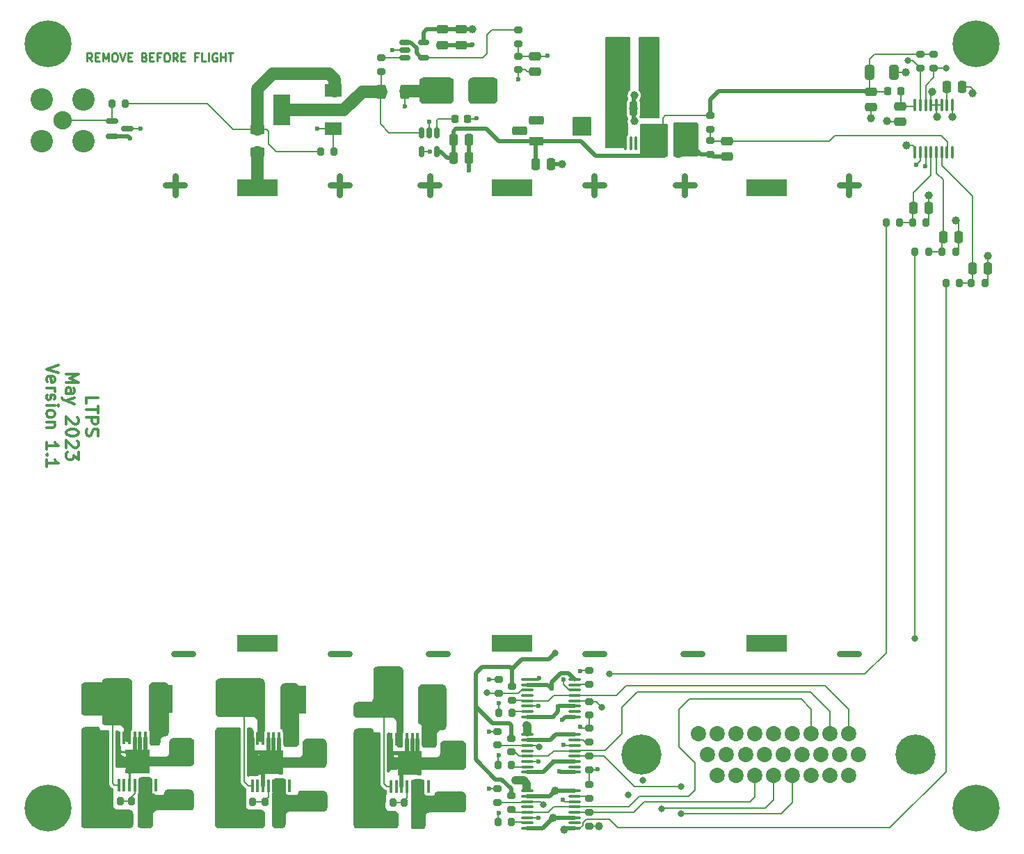
<source format=gbr>
%TF.GenerationSoftware,KiCad,Pcbnew,(6.0.2)*%
%TF.CreationDate,2023-06-26T13:18:54+02:00*%
%TF.ProjectId,LTPS_A,4c545053-5f41-42e6-9b69-6361645f7063,rev?*%
%TF.SameCoordinates,Original*%
%TF.FileFunction,Copper,L1,Top*%
%TF.FilePolarity,Positive*%
%FSLAX46Y46*%
G04 Gerber Fmt 4.6, Leading zero omitted, Abs format (unit mm)*
G04 Created by KiCad (PCBNEW (6.0.2)) date 2023-06-26 13:18:54*
%MOMM*%
%LPD*%
G01*
G04 APERTURE LIST*
G04 Aperture macros list*
%AMRoundRect*
0 Rectangle with rounded corners*
0 $1 Rounding radius*
0 $2 $3 $4 $5 $6 $7 $8 $9 X,Y pos of 4 corners*
0 Add a 4 corners polygon primitive as box body*
4,1,4,$2,$3,$4,$5,$6,$7,$8,$9,$2,$3,0*
0 Add four circle primitives for the rounded corners*
1,1,$1+$1,$2,$3*
1,1,$1+$1,$4,$5*
1,1,$1+$1,$6,$7*
1,1,$1+$1,$8,$9*
0 Add four rect primitives between the rounded corners*
20,1,$1+$1,$2,$3,$4,$5,0*
20,1,$1+$1,$4,$5,$6,$7,0*
20,1,$1+$1,$6,$7,$8,$9,0*
20,1,$1+$1,$8,$9,$2,$3,0*%
G04 Aperture macros list end*
%ADD10C,0.300000*%
%TA.AperFunction,NonConductor*%
%ADD11C,0.300000*%
%TD*%
%ADD12C,0.250000*%
%TA.AperFunction,NonConductor*%
%ADD13C,0.250000*%
%TD*%
%ADD14C,0.750000*%
%TA.AperFunction,NonConductor*%
%ADD15C,0.750000*%
%TD*%
%TA.AperFunction,SMDPad,CuDef*%
%ADD16RoundRect,0.200000X0.275000X-0.200000X0.275000X0.200000X-0.275000X0.200000X-0.275000X-0.200000X0*%
%TD*%
%TA.AperFunction,ComponentPad*%
%ADD17R,5.000000X2.000000*%
%TD*%
%TA.AperFunction,SMDPad,CuDef*%
%ADD18RoundRect,0.250000X-0.325000X-0.650000X0.325000X-0.650000X0.325000X0.650000X-0.325000X0.650000X0*%
%TD*%
%TA.AperFunction,SMDPad,CuDef*%
%ADD19RoundRect,0.200000X0.200000X0.275000X-0.200000X0.275000X-0.200000X-0.275000X0.200000X-0.275000X0*%
%TD*%
%TA.AperFunction,SMDPad,CuDef*%
%ADD20RoundRect,0.100000X-0.637500X-0.100000X0.637500X-0.100000X0.637500X0.100000X-0.637500X0.100000X0*%
%TD*%
%TA.AperFunction,SMDPad,CuDef*%
%ADD21RoundRect,0.100000X0.100000X-0.712500X0.100000X0.712500X-0.100000X0.712500X-0.100000X-0.712500X0*%
%TD*%
%TA.AperFunction,SMDPad,CuDef*%
%ADD22RoundRect,0.200000X-0.275000X0.200000X-0.275000X-0.200000X0.275000X-0.200000X0.275000X0.200000X0*%
%TD*%
%TA.AperFunction,SMDPad,CuDef*%
%ADD23RoundRect,0.218750X-0.218750X-0.256250X0.218750X-0.256250X0.218750X0.256250X-0.218750X0.256250X0*%
%TD*%
%TA.AperFunction,SMDPad,CuDef*%
%ADD24RoundRect,0.250000X-0.250000X-0.475000X0.250000X-0.475000X0.250000X0.475000X-0.250000X0.475000X0*%
%TD*%
%TA.AperFunction,SMDPad,CuDef*%
%ADD25RoundRect,0.250000X-0.312500X-0.625000X0.312500X-0.625000X0.312500X0.625000X-0.312500X0.625000X0*%
%TD*%
%TA.AperFunction,SMDPad,CuDef*%
%ADD26RoundRect,0.250000X-0.475000X0.250000X-0.475000X-0.250000X0.475000X-0.250000X0.475000X0.250000X0*%
%TD*%
%TA.AperFunction,SMDPad,CuDef*%
%ADD27R,2.950000X3.500000*%
%TD*%
%TA.AperFunction,ComponentPad*%
%ADD28C,3.600000*%
%TD*%
%TA.AperFunction,ConnectorPad*%
%ADD29C,5.700000*%
%TD*%
%TA.AperFunction,SMDPad,CuDef*%
%ADD30RoundRect,0.100000X-0.100000X0.675000X-0.100000X-0.675000X0.100000X-0.675000X0.100000X0.675000X0*%
%TD*%
%TA.AperFunction,ComponentPad*%
%ADD31C,0.600000*%
%TD*%
%TA.AperFunction,SMDPad,CuDef*%
%ADD32R,3.000000X3.000000*%
%TD*%
%TA.AperFunction,SMDPad,CuDef*%
%ADD33RoundRect,0.150000X-0.512500X-0.150000X0.512500X-0.150000X0.512500X0.150000X-0.512500X0.150000X0*%
%TD*%
%TA.AperFunction,SMDPad,CuDef*%
%ADD34RoundRect,0.150000X-0.587500X-0.150000X0.587500X-0.150000X0.587500X0.150000X-0.587500X0.150000X0*%
%TD*%
%TA.AperFunction,SMDPad,CuDef*%
%ADD35RoundRect,0.250000X0.625000X-0.375000X0.625000X0.375000X-0.625000X0.375000X-0.625000X-0.375000X0*%
%TD*%
%TA.AperFunction,SMDPad,CuDef*%
%ADD36RoundRect,0.250000X-0.650000X0.325000X-0.650000X-0.325000X0.650000X-0.325000X0.650000X0.325000X0*%
%TD*%
%TA.AperFunction,SMDPad,CuDef*%
%ADD37RoundRect,0.150000X-0.150000X0.512500X-0.150000X-0.512500X0.150000X-0.512500X0.150000X0.512500X0*%
%TD*%
%TA.AperFunction,ComponentPad*%
%ADD38R,1.800000X1.100000*%
%TD*%
%TA.AperFunction,ComponentPad*%
%ADD39RoundRect,0.275000X0.625000X-0.275000X0.625000X0.275000X-0.625000X0.275000X-0.625000X-0.275000X0*%
%TD*%
%TA.AperFunction,ComponentPad*%
%ADD40C,2.240000*%
%TD*%
%TA.AperFunction,ComponentPad*%
%ADD41C,2.740000*%
%TD*%
%TA.AperFunction,SMDPad,CuDef*%
%ADD42RoundRect,0.200000X-0.200000X-0.275000X0.200000X-0.275000X0.200000X0.275000X-0.200000X0.275000X0*%
%TD*%
%TA.AperFunction,SMDPad,CuDef*%
%ADD43RoundRect,0.250000X-0.787500X-1.025000X0.787500X-1.025000X0.787500X1.025000X-0.787500X1.025000X0*%
%TD*%
%TA.AperFunction,SMDPad,CuDef*%
%ADD44R,2.000000X1.500000*%
%TD*%
%TA.AperFunction,SMDPad,CuDef*%
%ADD45R,2.000000X3.800000*%
%TD*%
%TA.AperFunction,SMDPad,CuDef*%
%ADD46RoundRect,0.250000X0.325000X0.650000X-0.325000X0.650000X-0.325000X-0.650000X0.325000X-0.650000X0*%
%TD*%
%TA.AperFunction,SMDPad,CuDef*%
%ADD47R,2.200000X6.300000*%
%TD*%
%TA.AperFunction,ComponentPad*%
%ADD48C,4.890000*%
%TD*%
%TA.AperFunction,ComponentPad*%
%ADD49C,1.860000*%
%TD*%
%TA.AperFunction,SMDPad,CuDef*%
%ADD50RoundRect,0.250000X1.025000X-0.787500X1.025000X0.787500X-1.025000X0.787500X-1.025000X-0.787500X0*%
%TD*%
%TA.AperFunction,SMDPad,CuDef*%
%ADD51RoundRect,0.100000X0.100000X-0.637500X0.100000X0.637500X-0.100000X0.637500X-0.100000X-0.637500X0*%
%TD*%
%TA.AperFunction,ViaPad*%
%ADD52C,0.800000*%
%TD*%
%TA.AperFunction,ViaPad*%
%ADD53C,1.000000*%
%TD*%
%TA.AperFunction,ViaPad*%
%ADD54C,0.600000*%
%TD*%
%TA.AperFunction,Conductor*%
%ADD55C,0.500000*%
%TD*%
%TA.AperFunction,Conductor*%
%ADD56C,0.200000*%
%TD*%
%TA.AperFunction,Conductor*%
%ADD57C,0.250000*%
%TD*%
%TA.AperFunction,Conductor*%
%ADD58C,1.000000*%
%TD*%
%TA.AperFunction,Conductor*%
%ADD59C,1.500000*%
%TD*%
%TA.AperFunction,Conductor*%
%ADD60C,0.300000*%
%TD*%
G04 APERTURE END LIST*
D10*
D11*
X92160428Y-84788571D02*
X92160428Y-84074285D01*
X93660428Y-84074285D01*
X93660428Y-85074285D02*
X93660428Y-85931428D01*
X92160428Y-85502857D02*
X93660428Y-85502857D01*
X92160428Y-86431428D02*
X93660428Y-86431428D01*
X93660428Y-87002857D01*
X93589000Y-87145714D01*
X93517571Y-87217142D01*
X93374714Y-87288571D01*
X93160428Y-87288571D01*
X93017571Y-87217142D01*
X92946142Y-87145714D01*
X92874714Y-87002857D01*
X92874714Y-86431428D01*
X92231857Y-87860000D02*
X92160428Y-88074285D01*
X92160428Y-88431428D01*
X92231857Y-88574285D01*
X92303285Y-88645714D01*
X92446142Y-88717142D01*
X92589000Y-88717142D01*
X92731857Y-88645714D01*
X92803285Y-88574285D01*
X92874714Y-88431428D01*
X92946142Y-88145714D01*
X93017571Y-88002857D01*
X93089000Y-87931428D01*
X93231857Y-87860000D01*
X93374714Y-87860000D01*
X93517571Y-87931428D01*
X93589000Y-88002857D01*
X93660428Y-88145714D01*
X93660428Y-88502857D01*
X93589000Y-88717142D01*
X89745428Y-81181428D02*
X91245428Y-81181428D01*
X90174000Y-81681428D01*
X91245428Y-82181428D01*
X89745428Y-82181428D01*
X89745428Y-83538571D02*
X90531142Y-83538571D01*
X90674000Y-83467142D01*
X90745428Y-83324285D01*
X90745428Y-83038571D01*
X90674000Y-82895714D01*
X89816857Y-83538571D02*
X89745428Y-83395714D01*
X89745428Y-83038571D01*
X89816857Y-82895714D01*
X89959714Y-82824285D01*
X90102571Y-82824285D01*
X90245428Y-82895714D01*
X90316857Y-83038571D01*
X90316857Y-83395714D01*
X90388285Y-83538571D01*
X90745428Y-84110000D02*
X89745428Y-84467142D01*
X90745428Y-84824285D02*
X89745428Y-84467142D01*
X89388285Y-84324285D01*
X89316857Y-84252857D01*
X89245428Y-84110000D01*
X91102571Y-86467142D02*
X91174000Y-86538571D01*
X91245428Y-86681428D01*
X91245428Y-87038571D01*
X91174000Y-87181428D01*
X91102571Y-87252857D01*
X90959714Y-87324285D01*
X90816857Y-87324285D01*
X90602571Y-87252857D01*
X89745428Y-86395714D01*
X89745428Y-87324285D01*
X91245428Y-88252857D02*
X91245428Y-88395714D01*
X91174000Y-88538571D01*
X91102571Y-88610000D01*
X90959714Y-88681428D01*
X90674000Y-88752857D01*
X90316857Y-88752857D01*
X90031142Y-88681428D01*
X89888285Y-88610000D01*
X89816857Y-88538571D01*
X89745428Y-88395714D01*
X89745428Y-88252857D01*
X89816857Y-88110000D01*
X89888285Y-88038571D01*
X90031142Y-87967142D01*
X90316857Y-87895714D01*
X90674000Y-87895714D01*
X90959714Y-87967142D01*
X91102571Y-88038571D01*
X91174000Y-88110000D01*
X91245428Y-88252857D01*
X91102571Y-89324285D02*
X91174000Y-89395714D01*
X91245428Y-89538571D01*
X91245428Y-89895714D01*
X91174000Y-90038571D01*
X91102571Y-90110000D01*
X90959714Y-90181428D01*
X90816857Y-90181428D01*
X90602571Y-90110000D01*
X89745428Y-89252857D01*
X89745428Y-90181428D01*
X91245428Y-90681428D02*
X91245428Y-91610000D01*
X90674000Y-91110000D01*
X90674000Y-91324285D01*
X90602571Y-91467142D01*
X90531142Y-91538571D01*
X90388285Y-91610000D01*
X90031142Y-91610000D01*
X89888285Y-91538571D01*
X89816857Y-91467142D01*
X89745428Y-91324285D01*
X89745428Y-90895714D01*
X89816857Y-90752857D01*
X89888285Y-90681428D01*
X88830428Y-80074285D02*
X87330428Y-80574285D01*
X88830428Y-81074285D01*
X87401857Y-82145714D02*
X87330428Y-82002857D01*
X87330428Y-81717142D01*
X87401857Y-81574285D01*
X87544714Y-81502857D01*
X88116142Y-81502857D01*
X88259000Y-81574285D01*
X88330428Y-81717142D01*
X88330428Y-82002857D01*
X88259000Y-82145714D01*
X88116142Y-82217142D01*
X87973285Y-82217142D01*
X87830428Y-81502857D01*
X87330428Y-82860000D02*
X88330428Y-82860000D01*
X88044714Y-82860000D02*
X88187571Y-82931428D01*
X88259000Y-83002857D01*
X88330428Y-83145714D01*
X88330428Y-83288571D01*
X87401857Y-83717142D02*
X87330428Y-83860000D01*
X87330428Y-84145714D01*
X87401857Y-84288571D01*
X87544714Y-84360000D01*
X87616142Y-84360000D01*
X87759000Y-84288571D01*
X87830428Y-84145714D01*
X87830428Y-83931428D01*
X87901857Y-83788571D01*
X88044714Y-83717142D01*
X88116142Y-83717142D01*
X88259000Y-83788571D01*
X88330428Y-83931428D01*
X88330428Y-84145714D01*
X88259000Y-84288571D01*
X87330428Y-85002857D02*
X88330428Y-85002857D01*
X88830428Y-85002857D02*
X88759000Y-84931428D01*
X88687571Y-85002857D01*
X88759000Y-85074285D01*
X88830428Y-85002857D01*
X88687571Y-85002857D01*
X87330428Y-85931428D02*
X87401857Y-85788571D01*
X87473285Y-85717142D01*
X87616142Y-85645714D01*
X88044714Y-85645714D01*
X88187571Y-85717142D01*
X88259000Y-85788571D01*
X88330428Y-85931428D01*
X88330428Y-86145714D01*
X88259000Y-86288571D01*
X88187571Y-86360000D01*
X88044714Y-86431428D01*
X87616142Y-86431428D01*
X87473285Y-86360000D01*
X87401857Y-86288571D01*
X87330428Y-86145714D01*
X87330428Y-85931428D01*
X88330428Y-87074285D02*
X87330428Y-87074285D01*
X88187571Y-87074285D02*
X88259000Y-87145714D01*
X88330428Y-87288571D01*
X88330428Y-87502857D01*
X88259000Y-87645714D01*
X88116142Y-87717142D01*
X87330428Y-87717142D01*
X87330428Y-90360000D02*
X87330428Y-89502857D01*
X87330428Y-89931428D02*
X88830428Y-89931428D01*
X88616142Y-89788571D01*
X88473285Y-89645714D01*
X88401857Y-89502857D01*
X87473285Y-91002857D02*
X87401857Y-91074285D01*
X87330428Y-91002857D01*
X87401857Y-90931428D01*
X87473285Y-91002857D01*
X87330428Y-91002857D01*
X87330428Y-92502857D02*
X87330428Y-91645714D01*
X87330428Y-92074285D02*
X88830428Y-92074285D01*
X88616142Y-91931428D01*
X88473285Y-91788571D01*
X88401857Y-91645714D01*
D12*
D13*
X92877714Y-43124380D02*
X92544380Y-42648190D01*
X92306285Y-43124380D02*
X92306285Y-42124380D01*
X92687238Y-42124380D01*
X92782476Y-42172000D01*
X92830095Y-42219619D01*
X92877714Y-42314857D01*
X92877714Y-42457714D01*
X92830095Y-42552952D01*
X92782476Y-42600571D01*
X92687238Y-42648190D01*
X92306285Y-42648190D01*
X93306285Y-42600571D02*
X93639619Y-42600571D01*
X93782476Y-43124380D02*
X93306285Y-43124380D01*
X93306285Y-42124380D01*
X93782476Y-42124380D01*
X94211047Y-43124380D02*
X94211047Y-42124380D01*
X94544380Y-42838666D01*
X94877714Y-42124380D01*
X94877714Y-43124380D01*
X95544380Y-42124380D02*
X95734857Y-42124380D01*
X95830095Y-42172000D01*
X95925333Y-42267238D01*
X95972952Y-42457714D01*
X95972952Y-42791047D01*
X95925333Y-42981523D01*
X95830095Y-43076761D01*
X95734857Y-43124380D01*
X95544380Y-43124380D01*
X95449142Y-43076761D01*
X95353904Y-42981523D01*
X95306285Y-42791047D01*
X95306285Y-42457714D01*
X95353904Y-42267238D01*
X95449142Y-42172000D01*
X95544380Y-42124380D01*
X96258666Y-42124380D02*
X96592000Y-43124380D01*
X96925333Y-42124380D01*
X97258666Y-42600571D02*
X97592000Y-42600571D01*
X97734857Y-43124380D02*
X97258666Y-43124380D01*
X97258666Y-42124380D01*
X97734857Y-42124380D01*
X99258666Y-42600571D02*
X99401523Y-42648190D01*
X99449142Y-42695809D01*
X99496761Y-42791047D01*
X99496761Y-42933904D01*
X99449142Y-43029142D01*
X99401523Y-43076761D01*
X99306285Y-43124380D01*
X98925333Y-43124380D01*
X98925333Y-42124380D01*
X99258666Y-42124380D01*
X99353904Y-42172000D01*
X99401523Y-42219619D01*
X99449142Y-42314857D01*
X99449142Y-42410095D01*
X99401523Y-42505333D01*
X99353904Y-42552952D01*
X99258666Y-42600571D01*
X98925333Y-42600571D01*
X99925333Y-42600571D02*
X100258666Y-42600571D01*
X100401523Y-43124380D02*
X99925333Y-43124380D01*
X99925333Y-42124380D01*
X100401523Y-42124380D01*
X101163428Y-42600571D02*
X100830095Y-42600571D01*
X100830095Y-43124380D02*
X100830095Y-42124380D01*
X101306285Y-42124380D01*
X101877714Y-42124380D02*
X102068190Y-42124380D01*
X102163428Y-42172000D01*
X102258666Y-42267238D01*
X102306285Y-42457714D01*
X102306285Y-42791047D01*
X102258666Y-42981523D01*
X102163428Y-43076761D01*
X102068190Y-43124380D01*
X101877714Y-43124380D01*
X101782476Y-43076761D01*
X101687238Y-42981523D01*
X101639619Y-42791047D01*
X101639619Y-42457714D01*
X101687238Y-42267238D01*
X101782476Y-42172000D01*
X101877714Y-42124380D01*
X103306285Y-43124380D02*
X102972952Y-42648190D01*
X102734857Y-43124380D02*
X102734857Y-42124380D01*
X103115809Y-42124380D01*
X103211047Y-42172000D01*
X103258666Y-42219619D01*
X103306285Y-42314857D01*
X103306285Y-42457714D01*
X103258666Y-42552952D01*
X103211047Y-42600571D01*
X103115809Y-42648190D01*
X102734857Y-42648190D01*
X103734857Y-42600571D02*
X104068190Y-42600571D01*
X104211047Y-43124380D02*
X103734857Y-43124380D01*
X103734857Y-42124380D01*
X104211047Y-42124380D01*
X105734857Y-42600571D02*
X105401523Y-42600571D01*
X105401523Y-43124380D02*
X105401523Y-42124380D01*
X105877714Y-42124380D01*
X106734857Y-43124380D02*
X106258666Y-43124380D01*
X106258666Y-42124380D01*
X107068190Y-43124380D02*
X107068190Y-42124380D01*
X108068190Y-42172000D02*
X107972952Y-42124380D01*
X107830095Y-42124380D01*
X107687238Y-42172000D01*
X107592000Y-42267238D01*
X107544380Y-42362476D01*
X107496761Y-42552952D01*
X107496761Y-42695809D01*
X107544380Y-42886285D01*
X107592000Y-42981523D01*
X107687238Y-43076761D01*
X107830095Y-43124380D01*
X107925333Y-43124380D01*
X108068190Y-43076761D01*
X108115809Y-43029142D01*
X108115809Y-42695809D01*
X107925333Y-42695809D01*
X108544380Y-43124380D02*
X108544380Y-42124380D01*
X108544380Y-42600571D02*
X109115809Y-42600571D01*
X109115809Y-43124380D02*
X109115809Y-42124380D01*
X109449142Y-42124380D02*
X110020571Y-42124380D01*
X109734857Y-43124380D02*
X109734857Y-42124380D01*
D14*
%TO.C,G1*%
D15*
X183857142Y-58214285D02*
X186142857Y-58214285D01*
X185000000Y-59357142D02*
X185000000Y-57071428D01*
D14*
D15*
X163857142Y-58214285D02*
X166142857Y-58214285D01*
X165000000Y-59357142D02*
X165000000Y-57071428D01*
D14*
D15*
X164857142Y-115214285D02*
X167142857Y-115214285D01*
D14*
D15*
X183857142Y-115214285D02*
X186142857Y-115214285D01*
D14*
%TO.C,G3*%
D15*
X101867142Y-58214285D02*
X104152857Y-58214285D01*
X103010000Y-59357142D02*
X103010000Y-57071428D01*
D14*
D15*
X121867142Y-115214285D02*
X124152857Y-115214285D01*
D14*
D15*
X121867142Y-58214285D02*
X124152857Y-58214285D01*
X123010000Y-59357142D02*
X123010000Y-57071428D01*
D14*
D15*
X102867142Y-115214285D02*
X105152857Y-115214285D01*
D14*
%TO.C,G2*%
D15*
X133857142Y-115214285D02*
X136142857Y-115214285D01*
D14*
D15*
X152857142Y-58214285D02*
X155142857Y-58214285D01*
X154000000Y-59357142D02*
X154000000Y-57071428D01*
D14*
D15*
X132857142Y-58214285D02*
X135142857Y-58214285D01*
X134000000Y-59357142D02*
X134000000Y-57071428D01*
D14*
D15*
X152857142Y-115214285D02*
X155142857Y-115214285D01*
%TD*%
D16*
%TO.P,R26,1*%
%TO.N,Net-(N9-Pad15)*%
X153416000Y-118965000D03*
%TO.P,R26,2*%
%TO.N,GND*%
X153416000Y-117315000D03*
%TD*%
D17*
%TO.P,G1,1,+*%
%TO.N,Net-(F1-Pad1)*%
X175000000Y-58500000D03*
%TO.P,G1,2,-*%
%TO.N,GND*%
X175000000Y-114000000D03*
%TD*%
D18*
%TO.P,C13,1*%
%TO.N,+3V3*%
X187550000Y-44450000D03*
%TO.P,C13,2*%
%TO.N,GND*%
X190500000Y-44450000D03*
%TD*%
D19*
%TO.P,R11,1*%
%TO.N,Net-(C17-Pad1)*%
X191197000Y-62738000D03*
%TO.P,R11,2*%
%TO.N,TPS_A*%
X189547000Y-62738000D03*
%TD*%
D20*
%TO.P,N11,1,INA*%
%TO.N,TPS_C*%
X145854500Y-131953000D03*
%TO.P,N11,2,OUTA*%
%TO.N,TPS_C_S1*%
X145854500Y-132603000D03*
%TO.P,N11,3,ENA*%
%TO.N,TPS_C_S1_CTRL*%
X145854500Y-133253000D03*
%TO.P,N11,4,NC*%
%TO.N,unconnected-(N11-Pad4)*%
X145854500Y-133903000D03*
%TO.P,N11,5,FLGA*%
%TO.N,TPS_C_OC*%
X145854500Y-134553000D03*
%TO.P,N11,6,GND*%
%TO.N,GND*%
X145854500Y-135203000D03*
%TO.P,N11,7,ILMB*%
%TO.N,Net-(N11-Pad7)*%
X145854500Y-135853000D03*
%TO.P,N11,8,OUTB*%
%TO.N,TPS_C_S2*%
X145854500Y-136503000D03*
%TO.P,N11,9,INB*%
%TO.N,TPS_C*%
X151579500Y-136503000D03*
%TO.P,N11,10,NC*%
%TO.N,unconnected-(N11-Pad10)*%
X151579500Y-135853000D03*
%TO.P,N11,11,OUTB*%
%TO.N,TPS_C_S2*%
X151579500Y-135203000D03*
%TO.P,N11,12,ENB*%
%TO.N,TPS_C_S2_CTRL*%
X151579500Y-134553000D03*
%TO.P,N11,13,FLGB*%
%TO.N,TPS_C_OC*%
X151579500Y-133903000D03*
%TO.P,N11,14,GND*%
%TO.N,GND*%
X151579500Y-133253000D03*
%TO.P,N11,15,ILIMA*%
%TO.N,Net-(N11-Pad15)*%
X151579500Y-132603000D03*
%TO.P,N11,16,OUTA*%
%TO.N,TPS_C_S1*%
X151579500Y-131953000D03*
%TD*%
D21*
%TO.P,N1,1,EN*%
%TO.N,main_battery_unregulated*%
X157800400Y-53090300D03*
%TO.P,N1,2,NC*%
%TO.N,unconnected-(N1-Pad2)*%
X158450400Y-53090300D03*
%TO.P,N1,3,PG*%
%TO.N,unconnected-(N1-Pad3)*%
X159100400Y-53090300D03*
%TO.P,N1,4,Vout*%
%TO.N,+3V3*%
X159750400Y-53090300D03*
%TO.P,N1,5,SW*%
%TO.N,Net-(L1-Pad2)*%
X159750400Y-48865300D03*
%TO.P,N1,6,GND*%
%TO.N,GND*%
X159100400Y-48865300D03*
%TO.P,N1,7,GND*%
X158450400Y-48865300D03*
%TO.P,N1,8,Vin*%
%TO.N,main_battery_unregulated*%
X157800400Y-48865300D03*
%TD*%
D22*
%TO.P,R20,1*%
%TO.N,Net-(C24-Pad1)*%
X168148000Y-52769000D03*
%TO.P,R20,2*%
%TO.N,GND*%
X168148000Y-54419000D03*
%TD*%
D19*
%TO.P,R6,1*%
%TO.N,Net-(F1-Pad2)*%
X96962500Y-48250000D03*
%TO.P,R6,2*%
%TO.N,Net-(R6-Pad2)*%
X95312500Y-48250000D03*
%TD*%
D23*
%TO.P,Z1,1*%
%TO.N,Net-(N4-Pad1)*%
X137012500Y-50100000D03*
%TO.P,Z1,2*%
%TO.N,main_current_sense*%
X138587500Y-50100000D03*
%TD*%
D24*
%TO.P,C10,1*%
%TO.N,+3V3*%
X136850000Y-54900000D03*
%TO.P,C10,2*%
%TO.N,GND*%
X138750000Y-54900000D03*
%TD*%
D25*
%TO.P,R4,1*%
%TO.N,Net-(N4-Pad3)*%
X128075000Y-46800000D03*
%TO.P,R4,2*%
%TO.N,main_battery_unregulated*%
X131000000Y-46800000D03*
%TD*%
D26*
%TO.P,C7,1*%
%TO.N,main_voltage_sense*%
X146812000Y-42484000D03*
%TO.P,C7,2*%
%TO.N,GND*%
X146812000Y-44384000D03*
%TD*%
D22*
%TO.P,R35,1*%
%TO.N,TPS_C_S2_CTRL*%
X153416000Y-134557000D03*
%TO.P,R35,2*%
%TO.N,GND*%
X153416000Y-136207000D03*
%TD*%
D16*
%TO.P,R19,1*%
%TO.N,Net-(C24-Pad1)*%
X168148000Y-51371000D03*
%TO.P,R19,2*%
%TO.N,+3V3*%
X168148000Y-49721000D03*
%TD*%
D22*
%TO.P,R30,1*%
%TO.N,TPS_B_S2_CTRL*%
X153416000Y-127699000D03*
%TO.P,R30,2*%
%TO.N,GND*%
X153416000Y-129349000D03*
%TD*%
%TO.P,R2,1*%
%TO.N,main_voltage_sense*%
X144780000Y-42482000D03*
%TO.P,R2,2*%
%TO.N,GND*%
X144780000Y-44132000D03*
%TD*%
D26*
%TO.P,C2,1*%
%TO.N,+3V3*%
X137777000Y-39248000D03*
%TO.P,C2,2*%
%TO.N,GND*%
X137777000Y-41148000D03*
%TD*%
D17*
%TO.P,G3,1,+*%
%TO.N,Net-(F1-Pad1)*%
X113010000Y-58500000D03*
%TO.P,G3,2,-*%
%TO.N,GND*%
X113010000Y-114000000D03*
%TD*%
D27*
%TO.P,L4,1*%
%TO.N,main_battery_unregulated*%
X128821000Y-120950000D03*
%TO.P,L4,2*%
%TO.N,Net-(L4-Pad2)*%
X134271000Y-120950000D03*
%TD*%
D19*
%TO.P,R5,1*%
%TO.N,Net-(R5-Pad1)*%
X122325000Y-54100000D03*
%TO.P,R5,2*%
%TO.N,Net-(F1-Pad2)*%
X120675000Y-54100000D03*
%TD*%
D28*
%TO.P,MECH1,1,1*%
%TO.N,GND*%
X87500000Y-134000000D03*
D29*
X87500000Y-134000000D03*
%TD*%
D30*
%TO.P,N5,1,SW*%
%TO.N,Net-(L2-Pad2)*%
X100685000Y-125487000D03*
%TO.P,N5,2,SW*%
X100035000Y-125487000D03*
%TO.P,N5,3,PGND*%
%TO.N,GND*%
X99385000Y-125487000D03*
%TO.P,N5,4,PGND*%
X98735000Y-125487000D03*
%TO.P,N5,5,PGND*%
X98085000Y-125487000D03*
%TO.P,N5,6,VBAT*%
%TO.N,main_battery_unregulated*%
X97435000Y-125487000D03*
%TO.P,N5,7,LBI*%
X96785000Y-125487000D03*
%TO.P,N5,8,SYNC*%
%TO.N,GND*%
X96135000Y-125487000D03*
%TO.P,N5,9,EN*%
%TO.N,main_battery_unregulated*%
X96135000Y-131237000D03*
%TO.P,N5,10,LBO*%
%TO.N,unconnected-(N5-Pad10)*%
X96785000Y-131237000D03*
%TO.P,N5,11,GND*%
%TO.N,GND*%
X97435000Y-131237000D03*
%TO.P,N5,12,FB*%
%TO.N,Net-(N5-Pad12)*%
X98085000Y-131237000D03*
%TO.P,N5,13,VOUT*%
%TO.N,TPS_A*%
X98735000Y-131237000D03*
%TO.P,N5,14,VOUT*%
X99385000Y-131237000D03*
%TO.P,N5,15,VOUT*%
X100035000Y-131237000D03*
%TO.P,N5,16,NC*%
%TO.N,unconnected-(N5-Pad16)*%
X100685000Y-131237000D03*
D31*
%TO.P,N5,17,EPAD*%
%TO.N,GND*%
X97210000Y-127162000D03*
X97210000Y-129562000D03*
X99610000Y-127162000D03*
X99610000Y-129562000D03*
D32*
X98410000Y-128362000D03*
%TD*%
D20*
%TO.P,N9,1,INA*%
%TO.N,TPS_A*%
X145854500Y-118364000D03*
%TO.P,N9,2,OUTA*%
%TO.N,TPS_A_S1*%
X145854500Y-119014000D03*
%TO.P,N9,3,ENA*%
%TO.N,TPS_A_S1_CTRL*%
X145854500Y-119664000D03*
%TO.P,N9,4,NC*%
%TO.N,unconnected-(N9-Pad4)*%
X145854500Y-120314000D03*
%TO.P,N9,5,FLGA*%
%TO.N,TPS_A_OC*%
X145854500Y-120964000D03*
%TO.P,N9,6,GND*%
%TO.N,GND*%
X145854500Y-121614000D03*
%TO.P,N9,7,ILMB*%
%TO.N,Net-(N9-Pad7)*%
X145854500Y-122264000D03*
%TO.P,N9,8,OUTB*%
%TO.N,TPS_A_S2*%
X145854500Y-122914000D03*
%TO.P,N9,9,INB*%
%TO.N,TPS_A*%
X151579500Y-122914000D03*
%TO.P,N9,10,NC*%
%TO.N,unconnected-(N9-Pad10)*%
X151579500Y-122264000D03*
%TO.P,N9,11,OUTB*%
%TO.N,TPS_A_S2*%
X151579500Y-121614000D03*
%TO.P,N9,12,ENB*%
%TO.N,TPS_A_S2_CTRL*%
X151579500Y-120964000D03*
%TO.P,N9,13,FLGB*%
%TO.N,TPS_A_OC*%
X151579500Y-120314000D03*
%TO.P,N9,14,GND*%
%TO.N,GND*%
X151579500Y-119664000D03*
%TO.P,N9,15,ILIMA*%
%TO.N,Net-(N9-Pad15)*%
X151579500Y-119014000D03*
%TO.P,N9,16,OUTA*%
%TO.N,TPS_A_S1*%
X151579500Y-118364000D03*
%TD*%
D24*
%TO.P,C17,1*%
%TO.N,Net-(C17-Pad1)*%
X192852000Y-60960000D03*
%TO.P,C17,2*%
%TO.N,GND*%
X194752000Y-60960000D03*
%TD*%
D33*
%TO.P,N3,1*%
%TO.N,Net-(N3-Pad1)*%
X130950000Y-40782000D03*
%TO.P,N3,2,V-*%
%TO.N,GND*%
X130950000Y-41732000D03*
%TO.P,N3,3,+*%
%TO.N,Net-(N3-Pad3)*%
X130950000Y-42682000D03*
%TO.P,N3,4,-*%
%TO.N,Net-(N3-Pad1)*%
X133225000Y-42682000D03*
%TO.P,N3,5,V+*%
%TO.N,+3V3*%
X133225000Y-40782000D03*
%TD*%
D34*
%TO.P,V2,1,G*%
%TO.N,Net-(R6-Pad2)*%
X95312500Y-50350000D03*
%TO.P,V2,2,S*%
%TO.N,GND*%
X95312500Y-52250000D03*
%TO.P,V2,3,D*%
%TO.N,Net-(R5-Pad1)*%
X97187500Y-51300000D03*
%TD*%
D16*
%TO.P,R34,1*%
%TO.N,TPS_C_S1_CTRL*%
X142240000Y-133350000D03*
%TO.P,R34,2*%
%TO.N,GND*%
X142240000Y-131700000D03*
%TD*%
%TO.P,R1,1*%
%TO.N,main_voltage_sense*%
X144780000Y-40957000D03*
%TO.P,R1,2*%
%TO.N,Net-(N3-Pad1)*%
X144780000Y-39307000D03*
%TD*%
D35*
%TO.P,F1,1*%
%TO.N,Net-(F1-Pad1)*%
X113000000Y-54200000D03*
%TO.P,F1,2*%
%TO.N,Net-(F1-Pad2)*%
X113000000Y-51400000D03*
%TD*%
D22*
%TO.P,R3,1*%
%TO.N,Net-(N3-Pad3)*%
X128075000Y-42725000D03*
%TO.P,R3,2*%
%TO.N,Net-(N4-Pad3)*%
X128075000Y-44375000D03*
%TD*%
D30*
%TO.P,N8,1,SW*%
%TO.N,Net-(L4-Pad2)*%
X133821000Y-125695000D03*
%TO.P,N8,2,SW*%
X133171000Y-125695000D03*
%TO.P,N8,3,PGND*%
%TO.N,GND*%
X132521000Y-125695000D03*
%TO.P,N8,4,PGND*%
X131871000Y-125695000D03*
%TO.P,N8,5,PGND*%
X131221000Y-125695000D03*
%TO.P,N8,6,VBAT*%
%TO.N,main_battery_unregulated*%
X130571000Y-125695000D03*
%TO.P,N8,7,LBI*%
X129921000Y-125695000D03*
%TO.P,N8,8,SYNC*%
%TO.N,GND*%
X129271000Y-125695000D03*
%TO.P,N8,9,EN*%
%TO.N,main_battery_unregulated*%
X129271000Y-131445000D03*
%TO.P,N8,10,LBO*%
%TO.N,unconnected-(N8-Pad10)*%
X129921000Y-131445000D03*
%TO.P,N8,11,GND*%
%TO.N,GND*%
X130571000Y-131445000D03*
%TO.P,N8,12,FB*%
%TO.N,Net-(N8-Pad12)*%
X131221000Y-131445000D03*
%TO.P,N8,13,VOUT*%
%TO.N,TPS_C*%
X131871000Y-131445000D03*
%TO.P,N8,14,VOUT*%
X132521000Y-131445000D03*
%TO.P,N8,15,VOUT*%
X133171000Y-131445000D03*
%TO.P,N8,16,NC*%
%TO.N,unconnected-(N8-Pad16)*%
X133821000Y-131445000D03*
D31*
%TO.P,N8,17,EPAD*%
%TO.N,GND*%
X132746000Y-127370000D03*
X130346000Y-127370000D03*
D32*
X131546000Y-128570000D03*
D31*
X132746000Y-129770000D03*
X130346000Y-129770000D03*
%TD*%
D28*
%TO.P,MECH3,1,1*%
%TO.N,GND*%
X200500000Y-41000000D03*
D29*
X200500000Y-41000000D03*
%TD*%
D19*
%TO.P,R16,1*%
%TO.N,Net-(N7-Pad12)*%
X112443000Y-133315000D03*
%TO.P,R16,2*%
%TO.N,GND*%
X110793000Y-133315000D03*
%TD*%
D36*
%TO.P,C16,1*%
%TO.N,main_battery_unregulated*%
X92695000Y-122012000D03*
%TO.P,C16,2*%
%TO.N,GND*%
X92695000Y-124962000D03*
%TD*%
%TO.P,C27,1*%
%TO.N,main_battery_unregulated*%
X125831000Y-122142000D03*
%TO.P,C27,2*%
%TO.N,GND*%
X125831000Y-125092000D03*
%TD*%
D37*
%TO.P,N4,1*%
%TO.N,Net-(N4-Pad1)*%
X134850000Y-51800000D03*
%TO.P,N4,2,GND*%
%TO.N,GND*%
X133900000Y-51800000D03*
%TO.P,N4,3,+*%
%TO.N,Net-(N4-Pad3)*%
X132950000Y-51800000D03*
%TO.P,N4,4,-*%
%TO.N,main_battery_unregulated*%
X132950000Y-54075000D03*
%TO.P,N4,5,V+*%
%TO.N,+3V3*%
X134850000Y-54075000D03*
%TD*%
D23*
%TO.P,Z2,1*%
%TO.N,+3V3*%
X189712500Y-46736000D03*
%TO.P,Z2,2*%
%TO.N,Net-(C15-Pad1)*%
X191287500Y-46736000D03*
%TD*%
D38*
%TO.P,N2,1,+VS*%
%TO.N,+3V3*%
X146958000Y-52832000D03*
D39*
%TO.P,N2,2,Vout*%
%TO.N,battery_temp*%
X144888000Y-51562000D03*
%TO.P,N2,3,GND*%
%TO.N,GND*%
X146958000Y-50292000D03*
%TD*%
D40*
%TO.P,X1,1,In*%
%TO.N,Net-(R6-Pad2)*%
X89290000Y-50290000D03*
D41*
%TO.P,X1,2,Ext*%
%TO.N,GND*%
X91830000Y-52830000D03*
X91830000Y-47750000D03*
X86750000Y-52830000D03*
X86750000Y-47750000D03*
%TD*%
D29*
%TO.P,MECH2,1,1*%
%TO.N,GND*%
X200500000Y-134000000D03*
D28*
X200500000Y-134000000D03*
%TD*%
D19*
%TO.P,R17,1*%
%TO.N,Net-(C22-Pad1)*%
X198437000Y-70104000D03*
%TO.P,R17,2*%
%TO.N,TPS_C*%
X196787000Y-70104000D03*
%TD*%
D16*
%TO.P,R31,1*%
%TO.N,Net-(N10-Pad15)*%
X153416000Y-125984000D03*
%TO.P,R31,2*%
%TO.N,GND*%
X153416000Y-124334000D03*
%TD*%
D26*
%TO.P,C15,1*%
%TO.N,Net-(C15-Pad1)*%
X191262000Y-48580000D03*
%TO.P,C15,2*%
%TO.N,GND*%
X191262000Y-50480000D03*
%TD*%
D22*
%TO.P,R23,1*%
%TO.N,+3V3*%
X144018000Y-119235000D03*
%TO.P,R23,2*%
%TO.N,TPS_A_OC*%
X144018000Y-120885000D03*
%TD*%
D42*
%TO.P,R18,1*%
%TO.N,Net-(C22-Pad1)*%
X199898000Y-70104000D03*
%TO.P,R18,2*%
%TO.N,GND*%
X201548000Y-70104000D03*
%TD*%
D19*
%TO.P,R8,1*%
%TO.N,Net-(N5-Pad12)*%
X96314000Y-133188000D03*
%TO.P,R8,2*%
%TO.N,GND*%
X94664000Y-133188000D03*
%TD*%
D42*
%TO.P,R12,1*%
%TO.N,Net-(C17-Pad1)*%
X192723000Y-62738000D03*
%TO.P,R12,2*%
%TO.N,GND*%
X194373000Y-62738000D03*
%TD*%
D26*
%TO.P,C14,1*%
%TO.N,+3V3*%
X187706000Y-46802000D03*
%TO.P,C14,2*%
%TO.N,GND*%
X187706000Y-48702000D03*
%TD*%
D43*
%TO.P,C8,1*%
%TO.N,main_battery_unregulated*%
X133731000Y-46736000D03*
%TO.P,C8,2*%
%TO.N,GND*%
X139956000Y-46736000D03*
%TD*%
D16*
%TO.P,R29,1*%
%TO.N,TPS_B_S1_CTRL*%
X142240000Y-126365000D03*
%TO.P,R29,2*%
%TO.N,GND*%
X142240000Y-124715000D03*
%TD*%
D44*
%TO.P,V1,1,G*%
%TO.N,Net-(R5-Pad1)*%
X122250000Y-51300000D03*
D45*
%TO.P,V1,2,D*%
%TO.N,Net-(N4-Pad3)*%
X115950000Y-49000000D03*
D44*
X122250000Y-49000000D03*
%TO.P,V1,3,S*%
%TO.N,Net-(F1-Pad2)*%
X122250000Y-46700000D03*
%TD*%
D46*
%TO.P,C6,1*%
%TO.N,main_battery_unregulated*%
X156034000Y-51054000D03*
%TO.P,C6,2*%
%TO.N,GND*%
X153084000Y-51054000D03*
%TD*%
D47*
%TO.P,L1,1,1*%
%TO.N,main_battery_unregulated*%
X156777000Y-43746000D03*
%TO.P,L1,2,2*%
%TO.N,Net-(L1-Pad2)*%
X160787000Y-43746000D03*
%TD*%
D22*
%TO.P,R28,1*%
%TO.N,+3V3*%
X143891000Y-125540000D03*
%TO.P,R28,2*%
%TO.N,TPS_B_OC*%
X143891000Y-127190000D03*
%TD*%
%TO.P,R25,1*%
%TO.N,TPS_A_S2_CTRL*%
X153416000Y-121061000D03*
%TO.P,R25,2*%
%TO.N,GND*%
X153416000Y-122711000D03*
%TD*%
D30*
%TO.P,N7,1,SW*%
%TO.N,Net-(L3-Pad2)*%
X116941000Y-125614000D03*
%TO.P,N7,2,SW*%
X116291000Y-125614000D03*
%TO.P,N7,3,PGND*%
%TO.N,GND*%
X115641000Y-125614000D03*
%TO.P,N7,4,PGND*%
X114991000Y-125614000D03*
%TO.P,N7,5,PGND*%
X114341000Y-125614000D03*
%TO.P,N7,6,VBAT*%
%TO.N,main_battery_unregulated*%
X113691000Y-125614000D03*
%TO.P,N7,7,LBI*%
X113041000Y-125614000D03*
%TO.P,N7,8,SYNC*%
%TO.N,GND*%
X112391000Y-125614000D03*
%TO.P,N7,9,EN*%
%TO.N,main_battery_unregulated*%
X112391000Y-131364000D03*
%TO.P,N7,10,LBO*%
%TO.N,unconnected-(N7-Pad10)*%
X113041000Y-131364000D03*
%TO.P,N7,11,GND*%
%TO.N,GND*%
X113691000Y-131364000D03*
%TO.P,N7,12,FB*%
%TO.N,Net-(N7-Pad12)*%
X114341000Y-131364000D03*
%TO.P,N7,13,VOUT*%
%TO.N,TPS_B*%
X114991000Y-131364000D03*
%TO.P,N7,14,VOUT*%
X115641000Y-131364000D03*
%TO.P,N7,15,VOUT*%
X116291000Y-131364000D03*
%TO.P,N7,16,NC*%
%TO.N,unconnected-(N7-Pad16)*%
X116941000Y-131364000D03*
D31*
%TO.P,N7,17,EPAD*%
%TO.N,GND*%
X113466000Y-127289000D03*
X115866000Y-129689000D03*
X113466000Y-129689000D03*
X115866000Y-127289000D03*
D32*
X114666000Y-128489000D03*
%TD*%
D24*
%TO.P,C1,1*%
%TO.N,+3V3*%
X146878000Y-55626000D03*
%TO.P,C1,2*%
%TO.N,GND*%
X148778000Y-55626000D03*
%TD*%
D16*
%TO.P,R24,1*%
%TO.N,TPS_A_S1_CTRL*%
X142367000Y-120045000D03*
%TO.P,R24,2*%
%TO.N,GND*%
X142367000Y-118395000D03*
%TD*%
D22*
%TO.P,R10,1*%
%TO.N,+3V3*%
X195326000Y-42292000D03*
%TO.P,R10,2*%
%TO.N,LTPS_SCL*%
X195326000Y-43942000D03*
%TD*%
D24*
%TO.P,C9,1*%
%TO.N,+3V3*%
X136850000Y-52700000D03*
%TO.P,C9,2*%
%TO.N,GND*%
X138750000Y-52700000D03*
%TD*%
D36*
%TO.P,C23,1*%
%TO.N,main_battery_unregulated*%
X109078000Y-122061000D03*
%TO.P,C23,2*%
%TO.N,GND*%
X109078000Y-125011000D03*
%TD*%
D26*
%TO.P,C3,1*%
%TO.N,+3V3*%
X135527000Y-39248000D03*
%TO.P,C3,2*%
%TO.N,GND*%
X135527000Y-41148000D03*
%TD*%
D19*
%TO.P,R27,1*%
%TO.N,Net-(N9-Pad7)*%
X144018000Y-122428000D03*
%TO.P,R27,2*%
%TO.N,GND*%
X142368000Y-122428000D03*
%TD*%
%TO.P,R7,1*%
%TO.N,TPS_A*%
X99362000Y-133188000D03*
%TO.P,R7,2*%
%TO.N,Net-(N5-Pad12)*%
X97712000Y-133188000D03*
%TD*%
D48*
%TO.P,X2,0*%
%TO.N,GND*%
X159752000Y-127540000D03*
X193072000Y-127540000D03*
D49*
%TO.P,X2,1*%
%TO.N,TPS_A_OC*%
X185000000Y-125000000D03*
%TO.P,X2,2*%
%TO.N,TPS_B_OC*%
X182710000Y-125000000D03*
%TO.P,X2,3*%
%TO.N,TPS_C_OC*%
X180420000Y-125000000D03*
%TO.P,X2,4*%
%TO.N,TPS_A_S1*%
X178130000Y-125000000D03*
%TO.P,X2,5*%
%TO.N,TPS_A_S2*%
X175840000Y-125000000D03*
%TO.P,X2,6*%
%TO.N,TPS_B_S1*%
X173550000Y-125000000D03*
%TO.P,X2,7*%
%TO.N,TPS_B_S2*%
X171260000Y-125000000D03*
%TO.P,X2,8*%
%TO.N,TPS_C_S1*%
X168970000Y-125000000D03*
%TO.P,X2,9*%
%TO.N,TPS_C_S2*%
X166680000Y-125000000D03*
%TO.P,X2,10*%
%TO.N,GND*%
X186145000Y-127540000D03*
%TO.P,X2,11*%
X183855000Y-127540000D03*
%TO.P,X2,12*%
X181565000Y-127540000D03*
%TO.P,X2,13*%
X179275000Y-127540000D03*
%TO.P,X2,14*%
X176985000Y-127540000D03*
%TO.P,X2,15*%
X174695000Y-127540000D03*
%TO.P,X2,16*%
X172405000Y-127540000D03*
%TO.P,X2,17*%
X170115000Y-127540000D03*
%TO.P,X2,18*%
X167825000Y-127540000D03*
%TO.P,X2,19*%
%TO.N,TPS_A_S1_CTRL*%
X185000000Y-130080000D03*
%TO.P,X2,20*%
%TO.N,TPS_A_S2_CTRL*%
X182710000Y-130080000D03*
%TO.P,X2,21*%
%TO.N,TPS_B_S1_CTRL*%
X180420000Y-130080000D03*
%TO.P,X2,22*%
%TO.N,TPS_B_S2_CTRL*%
X178130000Y-130080000D03*
%TO.P,X2,23*%
%TO.N,TPS_C_S1_CTRL*%
X175840000Y-130080000D03*
%TO.P,X2,24*%
%TO.N,TPS_C_S2_CTRL*%
X173550000Y-130080000D03*
%TO.P,X2,25*%
%TO.N,LTPS_SCL*%
X171260000Y-130080000D03*
%TO.P,X2,26*%
%TO.N,LTPS_SDA*%
X168970000Y-130080000D03*
%TD*%
D19*
%TO.P,R37,1*%
%TO.N,Net-(N11-Pad7)*%
X143954000Y-135763000D03*
%TO.P,R37,2*%
%TO.N,GND*%
X142304000Y-135763000D03*
%TD*%
D24*
%TO.P,C22,1*%
%TO.N,Net-(C22-Pad1)*%
X200027000Y-68326000D03*
%TO.P,C22,2*%
%TO.N,GND*%
X201927000Y-68326000D03*
%TD*%
D26*
%TO.P,C24,1*%
%TO.N,Net-(C24-Pad1)*%
X170180000Y-52832000D03*
%TO.P,C24,2*%
%TO.N,GND*%
X170180000Y-54732000D03*
%TD*%
D27*
%TO.P,L3,1*%
%TO.N,main_battery_unregulated*%
X112068000Y-120869000D03*
%TO.P,L3,2*%
%TO.N,Net-(L3-Pad2)*%
X117518000Y-120869000D03*
%TD*%
D19*
%TO.P,R13,1*%
%TO.N,Net-(C18-Pad1)*%
X194690000Y-66294000D03*
%TO.P,R13,2*%
%TO.N,TPS_B*%
X193040000Y-66294000D03*
%TD*%
D27*
%TO.P,L2,1*%
%TO.N,main_battery_unregulated*%
X95812000Y-120742000D03*
%TO.P,L2,2*%
%TO.N,Net-(L2-Pad2)*%
X101262000Y-120742000D03*
%TD*%
D20*
%TO.P,N10,1,INA*%
%TO.N,TPS_B*%
X145854500Y-125106000D03*
%TO.P,N10,2,OUTA*%
%TO.N,TPS_B_S1*%
X145854500Y-125756000D03*
%TO.P,N10,3,ENA*%
%TO.N,TPS_B_S1_CTRL*%
X145854500Y-126406000D03*
%TO.P,N10,4,NC*%
%TO.N,unconnected-(N10-Pad4)*%
X145854500Y-127056000D03*
%TO.P,N10,5,FLGA*%
%TO.N,TPS_B_OC*%
X145854500Y-127706000D03*
%TO.P,N10,6,GND*%
%TO.N,GND*%
X145854500Y-128356000D03*
%TO.P,N10,7,ILMB*%
%TO.N,Net-(N10-Pad7)*%
X145854500Y-129006000D03*
%TO.P,N10,8,OUTB*%
%TO.N,TPS_B_S2*%
X145854500Y-129656000D03*
%TO.P,N10,9,INB*%
%TO.N,TPS_B*%
X151579500Y-129656000D03*
%TO.P,N10,10,NC*%
%TO.N,unconnected-(N10-Pad10)*%
X151579500Y-129006000D03*
%TO.P,N10,11,OUTB*%
%TO.N,TPS_B_S2*%
X151579500Y-128356000D03*
%TO.P,N10,12,ENB*%
%TO.N,TPS_B_S2_CTRL*%
X151579500Y-127706000D03*
%TO.P,N10,13,FLGB*%
%TO.N,TPS_B_OC*%
X151579500Y-127056000D03*
%TO.P,N10,14,GND*%
%TO.N,GND*%
X151579500Y-126406000D03*
%TO.P,N10,15,ILIMA*%
%TO.N,Net-(N10-Pad15)*%
X151579500Y-125756000D03*
%TO.P,N10,16,OUTA*%
%TO.N,TPS_B_S1*%
X151579500Y-125106000D03*
%TD*%
D24*
%TO.P,C18,1*%
%TO.N,Net-(C18-Pad1)*%
X196471000Y-64516000D03*
%TO.P,C18,2*%
%TO.N,GND*%
X198371000Y-64516000D03*
%TD*%
D50*
%TO.P,C25,1*%
%TO.N,TPS_C*%
X136915500Y-133298000D03*
%TO.P,C25,2*%
%TO.N,GND*%
X136915500Y-127073000D03*
%TD*%
D29*
%TO.P,MECH4,1,1*%
%TO.N,GND*%
X87500000Y-41000000D03*
D28*
X87500000Y-41000000D03*
%TD*%
D42*
%TO.P,R14,1*%
%TO.N,Net-(C18-Pad1)*%
X196342000Y-66294000D03*
%TO.P,R14,2*%
%TO.N,GND*%
X197992000Y-66294000D03*
%TD*%
D24*
%TO.P,C5,1*%
%TO.N,+3V3*%
X162331400Y-54152800D03*
%TO.P,C5,2*%
%TO.N,GND*%
X164231400Y-54152800D03*
%TD*%
D22*
%TO.P,R9,1*%
%TO.N,+3V3*%
X193675000Y-42292000D03*
%TO.P,R9,2*%
%TO.N,LTPS_SDA*%
X193675000Y-43942000D03*
%TD*%
D46*
%TO.P,C26,1*%
%TO.N,TPS_C*%
X132386000Y-135428000D03*
%TO.P,C26,2*%
%TO.N,GND*%
X129436000Y-135428000D03*
%TD*%
D19*
%TO.P,R21,1*%
%TO.N,TPS_C*%
X132562000Y-133396000D03*
%TO.P,R21,2*%
%TO.N,Net-(N8-Pad12)*%
X130912000Y-133396000D03*
%TD*%
D17*
%TO.P,G2,1,+*%
%TO.N,Net-(F1-Pad1)*%
X144000000Y-58500000D03*
%TO.P,G2,2,-*%
%TO.N,GND*%
X144000000Y-114000000D03*
%TD*%
D51*
%TO.P,N6,1,CH0*%
%TO.N,main_voltage_sense*%
X193051000Y-54170500D03*
%TO.P,N6,2,CH1*%
%TO.N,battery_temp*%
X193701000Y-54170500D03*
%TO.P,N6,3,CH2*%
%TO.N,main_current_sense*%
X194351000Y-54170500D03*
%TO.P,N6,4,CH3*%
%TO.N,Net-(C17-Pad1)*%
X195001000Y-54170500D03*
%TO.P,N6,5,CH4*%
%TO.N,Net-(C18-Pad1)*%
X195651000Y-54170500D03*
%TO.P,N6,6,CH5*%
%TO.N,Net-(C22-Pad1)*%
X196301000Y-54170500D03*
%TO.P,N6,7,CH6*%
%TO.N,Net-(C24-Pad1)*%
X196951000Y-54170500D03*
%TO.P,N6,8,CH7*%
%TO.N,unconnected-(N6-Pad8)*%
X197601000Y-54170500D03*
%TO.P,N6,9,GND*%
%TO.N,GND*%
X197601000Y-48445500D03*
%TO.P,N6,10,REF*%
%TO.N,Net-(C19-Pad1)*%
X196951000Y-48445500D03*
%TO.P,N6,11,COM*%
%TO.N,GND*%
X196301000Y-48445500D03*
%TO.P,N6,12,A0*%
X195651000Y-48445500D03*
%TO.P,N6,13,A1*%
X195001000Y-48445500D03*
%TO.P,N6,14,SCL*%
%TO.N,LTPS_SCL*%
X194351000Y-48445500D03*
%TO.P,N6,15,SDA*%
%TO.N,LTPS_SDA*%
X193701000Y-48445500D03*
%TO.P,N6,16,VDD*%
%TO.N,Net-(C15-Pad1)*%
X193051000Y-48445500D03*
%TD*%
D19*
%TO.P,R32,1*%
%TO.N,Net-(N10-Pad7)*%
X143954000Y-128778000D03*
%TO.P,R32,2*%
%TO.N,GND*%
X142304000Y-128778000D03*
%TD*%
%TO.P,R15,1*%
%TO.N,TPS_B*%
X115555000Y-133315000D03*
%TO.P,R15,2*%
%TO.N,Net-(N7-Pad12)*%
X113905000Y-133315000D03*
%TD*%
D18*
%TO.P,C4,1*%
%TO.N,+3V3*%
X162331400Y-51866800D03*
%TO.P,C4,2*%
%TO.N,GND*%
X165281400Y-51866800D03*
%TD*%
D19*
%TO.P,R22,1*%
%TO.N,Net-(N8-Pad12)*%
X129514000Y-133396000D03*
%TO.P,R22,2*%
%TO.N,GND*%
X127864000Y-133396000D03*
%TD*%
D46*
%TO.P,C21,1*%
%TO.N,TPS_B*%
X115506000Y-135347000D03*
%TO.P,C21,2*%
%TO.N,GND*%
X112556000Y-135347000D03*
%TD*%
D16*
%TO.P,R36,1*%
%TO.N,Net-(N11-Pad15)*%
X153416000Y-132842000D03*
%TO.P,R36,2*%
%TO.N,GND*%
X153416000Y-131192000D03*
%TD*%
D24*
%TO.P,C19,1*%
%TO.N,Net-(C19-Pad1)*%
X196916000Y-46228000D03*
%TO.P,C19,2*%
%TO.N,GND*%
X198816000Y-46228000D03*
%TD*%
D22*
%TO.P,R33,1*%
%TO.N,+3V3*%
X143891000Y-132525000D03*
%TO.P,R33,2*%
%TO.N,TPS_C_OC*%
X143891000Y-134175000D03*
%TD*%
D46*
%TO.P,C12,1*%
%TO.N,TPS_A*%
X99377000Y-135347000D03*
%TO.P,C12,2*%
%TO.N,GND*%
X96427000Y-135347000D03*
%TD*%
D50*
%TO.P,C11,1*%
%TO.N,TPS_A*%
X103744000Y-133061000D03*
%TO.P,C11,2*%
%TO.N,GND*%
X103744000Y-126836000D03*
%TD*%
%TO.P,C20,1*%
%TO.N,TPS_B*%
X120000000Y-133188000D03*
%TO.P,C20,2*%
%TO.N,GND*%
X120000000Y-126963000D03*
%TD*%
D52*
%TO.N,+3V3*%
X149225000Y-115189000D03*
D53*
X139192000Y-39243000D03*
D52*
X161036000Y-54356000D03*
D54*
%TO.N,GND*%
X154444500Y-129318293D03*
X133900000Y-50500000D03*
X151765000Y-50419000D03*
D53*
X197993000Y-62484000D03*
D54*
X150241000Y-126365000D03*
D53*
X194691000Y-59436000D03*
X200025000Y-46990000D03*
D54*
X151765000Y-51689000D03*
D53*
X150114000Y-55626000D03*
D54*
X141732000Y-46228000D03*
X147193000Y-135255000D03*
D53*
X109347000Y-133350000D03*
D54*
X141732000Y-47752000D03*
X144780000Y-45339000D03*
X164109400Y-51866800D03*
D53*
X109347000Y-131064000D03*
X158877000Y-50419000D03*
X126111000Y-131064000D03*
X126111000Y-128524000D03*
X195707000Y-49911000D03*
X131582000Y-128534000D03*
X187706000Y-50038000D03*
X201930000Y-66802000D03*
D54*
X166141400Y-53644800D03*
D53*
X109347000Y-128524000D03*
X114719500Y-128435500D03*
X195150500Y-46832660D03*
D54*
X97500000Y-52500000D03*
X95235000Y-135347000D03*
X152273000Y-117348000D03*
X141224000Y-131699000D03*
X141224000Y-118364000D03*
D53*
X154559000Y-136271000D03*
D54*
X142367000Y-121285000D03*
D53*
X93218000Y-133350000D03*
D54*
X147193000Y-121569000D03*
X141732000Y-45466000D03*
X165379400Y-53644800D03*
X139202000Y-41098000D03*
D53*
X93218000Y-131064000D03*
D54*
X141224000Y-124714000D03*
X150160555Y-133004500D03*
X142367000Y-134620000D03*
X129413000Y-41783000D03*
X147193000Y-128397000D03*
D53*
X158877000Y-47244000D03*
X126111000Y-133350000D03*
X189611000Y-50419000D03*
D54*
X141732000Y-46990000D03*
D53*
X93218000Y-128524000D03*
X197612000Y-49911000D03*
D54*
X94727000Y-134331000D03*
X138750000Y-56428600D03*
D53*
X98410000Y-128362000D03*
D54*
X151765000Y-51054000D03*
X142367000Y-127635000D03*
X150241000Y-118376500D03*
X152293391Y-124102563D03*
D53*
X191897000Y-44450000D03*
%TO.N,main_battery_unregulated*%
X92837000Y-120015000D03*
X156210000Y-48514000D03*
X132207000Y-46736000D03*
X109093000Y-120269000D03*
D54*
X131000000Y-48641000D03*
D53*
X129032000Y-118237000D03*
D54*
X134000000Y-54100000D03*
D53*
X135636000Y-46736000D03*
%TO.N,main_voltage_sense*%
X192024000Y-53340000D03*
D54*
X148336000Y-42418000D03*
%TO.N,TPS_A*%
X150114000Y-123317000D03*
D52*
X155829000Y-117729000D03*
D53*
X101346000Y-133604000D03*
D54*
X147320000Y-118237000D03*
D53*
%TO.N,TPS_B*%
X117602000Y-133604000D03*
D52*
X193040000Y-113411000D03*
D54*
X149733000Y-129540000D03*
X145796000Y-123952000D03*
D53*
%TO.N,TPS_C*%
X134620000Y-133604000D03*
X150368000Y-136652000D03*
X144399000Y-130683000D03*
D54*
%TO.N,battery_temp*%
X193167000Y-55753000D03*
%TO.N,main_current_sense*%
X194310000Y-55880000D03*
X139700000Y-50038000D03*
D52*
%TO.N,LTPS_SCL*%
X196850000Y-43942000D03*
%TO.N,LTPS_SDA*%
X192151000Y-43053000D03*
D54*
%TO.N,Net-(R5-Pad1)*%
X98806000Y-51308000D03*
X120294400Y-51308000D03*
D52*
%TO.N,TPS_B_S1_CTRL*%
X147320000Y-126619000D03*
%TO.N,TPS_C_S1_CTRL*%
X147828000Y-133604000D03*
X162179000Y-134112000D03*
%TO.N,TPS_B_S2_CTRL*%
X164592000Y-131445000D03*
X164592000Y-134747000D03*
%TO.N,TPS_A_S1_CTRL*%
X140970000Y-120015000D03*
%TO.N,TPS_A_S2_CTRL*%
X159893000Y-130683000D03*
X154940000Y-121793000D03*
X158115000Y-132461000D03*
D54*
%TO.N,TPS_B_S1*%
X149098000Y-125349000D03*
D53*
%TO.N,TPS_C_S1*%
X149225000Y-131953000D03*
D54*
%TO.N,TPS_B_S2*%
X149098000Y-128397000D03*
D53*
%TO.N,TPS_C_S2*%
X148971000Y-135255000D03*
D54*
%TO.N,TPS_A_S1*%
X148844000Y-119507000D03*
%TO.N,TPS_A_S2*%
X149606000Y-121666000D03*
%TD*%
D55*
%TO.N,+3V3*%
X152400000Y-52832000D02*
X153924000Y-54356000D01*
D56*
X187550000Y-46646000D02*
X187706000Y-46802000D01*
D55*
X139573000Y-121666000D02*
X139573000Y-128143000D01*
X136850000Y-54900000D02*
X136850000Y-52700000D01*
X145161000Y-115951000D02*
X148463000Y-115951000D01*
D56*
X162623000Y-49721000D02*
X168148000Y-49721000D01*
X162331400Y-50012600D02*
X162623000Y-49721000D01*
X187706000Y-46802000D02*
X189646500Y-46802000D01*
X187550000Y-42828000D02*
X187550000Y-44450000D01*
D55*
X143764000Y-116840000D02*
X144018000Y-117094000D01*
X136850000Y-51618000D02*
X136850000Y-52700000D01*
X135527000Y-39248000D02*
X137777000Y-39248000D01*
X143637000Y-123698000D02*
X141605000Y-123698000D01*
X143891000Y-131699000D02*
X143891000Y-132525000D01*
X139573000Y-128143000D02*
X141986000Y-130556000D01*
X134850000Y-54075000D02*
X135278800Y-54075000D01*
X153924000Y-54356000D02*
X154178000Y-54610000D01*
X144018000Y-119235000D02*
X144018000Y-117094000D01*
D56*
X195326000Y-42292000D02*
X193675000Y-42292000D01*
D55*
X146878000Y-53152000D02*
X146558000Y-52832000D01*
X168148000Y-49721000D02*
X168148000Y-47752000D01*
D56*
X189646500Y-46802000D02*
X189712500Y-46736000D01*
D55*
X136103800Y-54900000D02*
X136850000Y-54900000D01*
X141605000Y-123698000D02*
X139573000Y-121666000D01*
X168148000Y-47752000D02*
X169164000Y-46736000D01*
X187640000Y-46736000D02*
X187706000Y-46802000D01*
D56*
X187550000Y-44450000D02*
X187550000Y-46646000D01*
D55*
X154178000Y-54610000D02*
X160020000Y-54610000D01*
X140335000Y-116840000D02*
X143764000Y-116840000D01*
X137160000Y-51308000D02*
X136850000Y-51618000D01*
X148463000Y-115951000D02*
X149225000Y-115189000D01*
X139192000Y-39243000D02*
X137782000Y-39243000D01*
X146878000Y-55626000D02*
X146878000Y-53152000D01*
X135527000Y-39248000D02*
X133622000Y-39248000D01*
X142748000Y-130556000D02*
X143891000Y-131699000D01*
X133622000Y-39248000D02*
X133225000Y-39645000D01*
X143891000Y-123952000D02*
X143637000Y-123698000D01*
X169164000Y-46736000D02*
X187640000Y-46736000D01*
X142367000Y-52832000D02*
X140843000Y-51308000D01*
X135278800Y-54075000D02*
X136103800Y-54900000D01*
D56*
X193675000Y-42292000D02*
X188086000Y-42292000D01*
X188086000Y-42292000D02*
X187550000Y-42828000D01*
D55*
X146558000Y-52832000D02*
X142367000Y-52832000D01*
X146558000Y-52832000D02*
X152400000Y-52832000D01*
D56*
X162331400Y-51866800D02*
X162331400Y-50012600D01*
D55*
X139573000Y-121666000D02*
X139573000Y-117602000D01*
X140843000Y-51308000D02*
X137160000Y-51308000D01*
X143891000Y-125540000D02*
X143891000Y-123952000D01*
X137782000Y-39243000D02*
X137777000Y-39248000D01*
X139573000Y-117602000D02*
X140335000Y-116840000D01*
X144018000Y-117094000D02*
X145161000Y-115951000D01*
X133225000Y-39645000D02*
X133225000Y-40782000D01*
X141986000Y-130556000D02*
X142748000Y-130556000D01*
D56*
%TO.N,GND*%
X153416000Y-131192000D02*
X153416000Y-129349000D01*
X197992000Y-66294000D02*
X198120000Y-66294000D01*
D55*
X114341000Y-128164000D02*
X114666000Y-128489000D01*
D56*
X196301000Y-48445500D02*
X195001000Y-48445500D01*
D55*
X158847300Y-50389300D02*
X158877000Y-50419000D01*
X131582000Y-128534000D02*
X131546000Y-128570000D01*
D56*
X142240000Y-124715000D02*
X141225000Y-124715000D01*
X198816000Y-46228000D02*
X199771000Y-46228000D01*
X194752000Y-59497000D02*
X194691000Y-59436000D01*
D55*
X114991000Y-128164000D02*
X114719500Y-128435500D01*
D56*
X147148000Y-121614000D02*
X147193000Y-121569000D01*
D55*
X112577000Y-127289000D02*
X113466000Y-127289000D01*
D56*
X154495000Y-136207000D02*
X154559000Y-136271000D01*
X201930000Y-69850000D02*
X201930000Y-68329000D01*
X197601000Y-48445500D02*
X197601000Y-49900000D01*
X133900000Y-51800000D02*
X133900000Y-50500000D01*
X194752000Y-62359000D02*
X194373000Y-62738000D01*
X144780000Y-44132000D02*
X144780000Y-45339000D01*
D55*
X114991000Y-125614000D02*
X114991000Y-128164000D01*
D56*
X153416000Y-136207000D02*
X154495000Y-136207000D01*
X151579500Y-126406000D02*
X150282000Y-126406000D01*
X141225000Y-124715000D02*
X141224000Y-124714000D01*
D55*
X158847300Y-48865300D02*
X158847300Y-50389300D01*
X158847300Y-47273700D02*
X158877000Y-47244000D01*
X138750000Y-54900000D02*
X138750000Y-56428600D01*
X98085000Y-125487000D02*
X98085000Y-128037000D01*
X114341000Y-125614000D02*
X114341000Y-128164000D01*
D56*
X195001000Y-48445500D02*
X195001000Y-46982160D01*
X98735000Y-128037000D02*
X98410000Y-128362000D01*
X151579500Y-119664000D02*
X150926994Y-119664000D01*
X190500000Y-44450000D02*
X191897000Y-44450000D01*
D57*
X96135000Y-125487000D02*
X96135000Y-126849000D01*
D56*
X142368000Y-121286000D02*
X142367000Y-121285000D01*
X194752000Y-60960000D02*
X194752000Y-59497000D01*
D55*
X158450400Y-48865300D02*
X158847300Y-48865300D01*
D57*
X96448000Y-127162000D02*
X97210000Y-127162000D01*
D55*
X112391000Y-125614000D02*
X112391000Y-127103000D01*
D56*
X195651000Y-48445500D02*
X195651000Y-49855000D01*
X147141000Y-135203000D02*
X147193000Y-135255000D01*
D55*
X132521000Y-127595000D02*
X131582000Y-128534000D01*
D56*
X191262000Y-50480000D02*
X189672000Y-50480000D01*
D55*
X130571000Y-131445000D02*
X130571000Y-129545000D01*
X99385000Y-125487000D02*
X99385000Y-126937000D01*
D56*
X187706000Y-48702000D02*
X187706000Y-50038000D01*
D55*
X94664000Y-133188000D02*
X94664000Y-134268000D01*
D56*
X197601000Y-49900000D02*
X197612000Y-49911000D01*
X201548000Y-70104000D02*
X201676000Y-70104000D01*
D55*
X137777000Y-41148000D02*
X139152000Y-41148000D01*
D56*
X142304000Y-128778000D02*
X142304000Y-127698000D01*
X189672000Y-50480000D02*
X189611000Y-50419000D01*
D55*
X135527000Y-41148000D02*
X137777000Y-41148000D01*
X131871000Y-128245000D02*
X131546000Y-128570000D01*
D56*
X153416000Y-117315000D02*
X152306000Y-117315000D01*
D55*
X129271000Y-125695000D02*
X129271000Y-127311000D01*
D56*
X141255000Y-118395000D02*
X141224000Y-118364000D01*
X145854500Y-121614000D02*
X147148000Y-121614000D01*
X142304000Y-135763000D02*
X142304000Y-134683000D01*
D57*
X97435000Y-131237000D02*
X97435000Y-129787000D01*
D56*
X145854500Y-128356000D02*
X147152000Y-128356000D01*
D55*
X168148000Y-54419000D02*
X166915600Y-54419000D01*
X139152000Y-41148000D02*
X139202000Y-41098000D01*
D56*
X198374000Y-66040000D02*
X198374000Y-64519000D01*
X153416000Y-122711000D02*
X153416000Y-124334000D01*
D55*
X131221000Y-125695000D02*
X131221000Y-128245000D01*
X98735000Y-125487000D02*
X98735000Y-128037000D01*
D56*
X99385000Y-126937000D02*
X99610000Y-127162000D01*
D55*
X96427000Y-135347000D02*
X95235000Y-135347000D01*
D56*
X98085000Y-128037000D02*
X98410000Y-128362000D01*
X145857000Y-44384000D02*
X145605000Y-44132000D01*
X199771000Y-46228000D02*
X200152000Y-46609000D01*
D55*
X114719500Y-128435500D02*
X114666000Y-128489000D01*
X168461000Y-54732000D02*
X168148000Y-54419000D01*
D56*
X152306000Y-117315000D02*
X152273000Y-117348000D01*
D55*
X129330000Y-127370000D02*
X130346000Y-127370000D01*
X130571000Y-129545000D02*
X131546000Y-128570000D01*
X113691000Y-129914000D02*
X113466000Y-129689000D01*
D56*
X201927000Y-68326000D02*
X201927000Y-66805000D01*
X195651000Y-49855000D02*
X195707000Y-49911000D01*
X154413793Y-129349000D02*
X154444500Y-129318293D01*
X201676000Y-70104000D02*
X201930000Y-69850000D01*
D55*
X129271000Y-127311000D02*
X129330000Y-127370000D01*
D56*
X142367000Y-118395000D02*
X141255000Y-118395000D01*
D55*
X170180000Y-54732000D02*
X168461000Y-54732000D01*
D56*
X150282000Y-126406000D02*
X150241000Y-126365000D01*
X153416000Y-124334000D02*
X152524828Y-124334000D01*
D57*
X96135000Y-126849000D02*
X96448000Y-127162000D01*
D56*
X130950000Y-41732000D02*
X129464000Y-41732000D01*
X146812000Y-44384000D02*
X145857000Y-44384000D01*
X198120000Y-66294000D02*
X198374000Y-66040000D01*
D55*
X115641000Y-125614000D02*
X115641000Y-127514000D01*
X132521000Y-125695000D02*
X132521000Y-127595000D01*
X112391000Y-127103000D02*
X112577000Y-127289000D01*
X97250000Y-52250000D02*
X97500000Y-52500000D01*
D56*
X145854500Y-135203000D02*
X147141000Y-135203000D01*
D55*
X158847300Y-48865300D02*
X159100400Y-48865300D01*
D56*
X201927000Y-66805000D02*
X201930000Y-66802000D01*
X195001000Y-46982160D02*
X195150500Y-46832660D01*
X142304000Y-127698000D02*
X142367000Y-127635000D01*
D55*
X148778000Y-55626000D02*
X150114000Y-55626000D01*
D56*
X151579500Y-133253000D02*
X150409055Y-133253000D01*
X153416000Y-129349000D02*
X154413793Y-129349000D01*
X150241000Y-118978006D02*
X150241000Y-118376500D01*
X142368000Y-122428000D02*
X142368000Y-121286000D01*
X198371000Y-64516000D02*
X198371000Y-62862000D01*
D55*
X131871000Y-125695000D02*
X131871000Y-128245000D01*
D56*
X150409055Y-133253000D02*
X150160555Y-133004500D01*
X142304000Y-134683000D02*
X142367000Y-134620000D01*
D55*
X131221000Y-128245000D02*
X131546000Y-128570000D01*
D57*
X97435000Y-129787000D02*
X97210000Y-129562000D01*
D56*
X198371000Y-62862000D02*
X197993000Y-62484000D01*
D55*
X138750000Y-56428600D02*
X138760200Y-56438800D01*
D56*
X129464000Y-41732000D02*
X129413000Y-41783000D01*
X145605000Y-44132000D02*
X144780000Y-44132000D01*
X147152000Y-128356000D02*
X147193000Y-128397000D01*
X201930000Y-68329000D02*
X201927000Y-68326000D01*
D55*
X166915600Y-54419000D02*
X166141400Y-53644800D01*
D56*
X150926994Y-119664000D02*
X150241000Y-118978006D01*
X152524828Y-124334000D02*
X152293391Y-124102563D01*
X141225000Y-131700000D02*
X141224000Y-131699000D01*
X142240000Y-131700000D02*
X141225000Y-131700000D01*
D55*
X95312500Y-52250000D02*
X97250000Y-52250000D01*
X115641000Y-127514000D02*
X114666000Y-128489000D01*
D56*
X194752000Y-60960000D02*
X194752000Y-62359000D01*
D55*
X158847300Y-48865300D02*
X158847300Y-47273700D01*
D56*
X198374000Y-64519000D02*
X198371000Y-64516000D01*
D55*
X138750000Y-54900000D02*
X138750000Y-52700000D01*
X113691000Y-131364000D02*
X113691000Y-129914000D01*
X94664000Y-134268000D02*
X94727000Y-134331000D01*
D56*
%TO.N,main_battery_unregulated*%
X112391000Y-131364000D02*
X111933000Y-131364000D01*
X95570000Y-131237000D02*
X95362000Y-131029000D01*
X129264480Y-131438480D02*
X128771480Y-131438480D01*
X129271000Y-131445000D02*
X129264480Y-131438480D01*
X128821000Y-122512000D02*
X128821000Y-120950000D01*
X111933000Y-131364000D02*
X111379000Y-130810000D01*
D58*
X131064000Y-46736000D02*
X131000000Y-46800000D01*
D56*
X111379000Y-121558000D02*
X112068000Y-120869000D01*
X128397000Y-122936000D02*
X128821000Y-122512000D01*
X132950000Y-54075000D02*
X133975000Y-54075000D01*
X128771480Y-131438480D02*
X128397000Y-131064000D01*
X95362000Y-131029000D02*
X95362000Y-123917000D01*
X133975000Y-54075000D02*
X134000000Y-54100000D01*
X128397000Y-131064000D02*
X128397000Y-122936000D01*
X111379000Y-130810000D02*
X111379000Y-121558000D01*
X131000000Y-46800000D02*
X131000000Y-48641000D01*
D59*
X133731000Y-46736000D02*
X132207000Y-46736000D01*
X132207000Y-46736000D02*
X131064000Y-46736000D01*
D56*
X96135000Y-131237000D02*
X95570000Y-131237000D01*
%TO.N,main_voltage_sense*%
X192786000Y-53340000D02*
X193051000Y-53605000D01*
X144780000Y-40957000D02*
X144780000Y-42482000D01*
X146812000Y-42484000D02*
X148270000Y-42484000D01*
X144780000Y-42482000D02*
X146810000Y-42482000D01*
X192024000Y-53340000D02*
X192786000Y-53340000D01*
X193051000Y-53605000D02*
X193051000Y-54170500D01*
X146810000Y-42482000D02*
X146812000Y-42484000D01*
X148270000Y-42484000D02*
X148336000Y-42418000D01*
D55*
%TO.N,TPS_A*%
X151579500Y-122914000D02*
X150517000Y-122914000D01*
D60*
X145854500Y-118364000D02*
X147193000Y-118364000D01*
D56*
X147193000Y-118364000D02*
X147320000Y-118237000D01*
D55*
X150517000Y-122914000D02*
X150114000Y-123317000D01*
D56*
X186944000Y-117729000D02*
X155829000Y-117729000D01*
X189547000Y-62738000D02*
X189547000Y-115126000D01*
X189547000Y-115126000D02*
X186944000Y-117729000D01*
%TO.N,Net-(C15-Pad1)*%
X191287500Y-48554500D02*
X191262000Y-48580000D01*
X192916500Y-48580000D02*
X193051000Y-48445500D01*
X191262000Y-48580000D02*
X192916500Y-48580000D01*
X191287500Y-46736000D02*
X191287500Y-48554500D01*
%TO.N,Net-(C17-Pad1)*%
X195001000Y-56967000D02*
X195001000Y-54170500D01*
X192852000Y-59116000D02*
X195001000Y-56967000D01*
X191197000Y-62738000D02*
X192723000Y-62738000D01*
X192723000Y-62738000D02*
X192723000Y-61089000D01*
X192852000Y-60960000D02*
X192852000Y-59116000D01*
X192723000Y-61089000D02*
X192852000Y-60960000D01*
%TO.N,Net-(C18-Pad1)*%
X196342000Y-64645000D02*
X196471000Y-64516000D01*
X196342000Y-66294000D02*
X196342000Y-64645000D01*
X196469000Y-57531000D02*
X196469000Y-64514000D01*
X196469000Y-64514000D02*
X196471000Y-64516000D01*
X195651000Y-56713000D02*
X196469000Y-57531000D01*
X195651000Y-54170500D02*
X195651000Y-56713000D01*
X194690000Y-66294000D02*
X196342000Y-66294000D01*
%TO.N,Net-(C19-Pad1)*%
X196951000Y-46263000D02*
X196916000Y-46228000D01*
X196951000Y-48445500D02*
X196951000Y-46263000D01*
%TO.N,TPS_B*%
X193040000Y-66294000D02*
X193040000Y-113411000D01*
D58*
X145854500Y-124010500D02*
X145854500Y-124806480D01*
X145796000Y-123952000D02*
X145854500Y-124010500D01*
D55*
X149733000Y-129540000D02*
X149849000Y-129656000D01*
X149849000Y-129656000D02*
X151579500Y-129656000D01*
D56*
%TO.N,Net-(C22-Pad1)*%
X196301000Y-54170500D02*
X196301000Y-55839000D01*
X200027000Y-59565000D02*
X200027000Y-68326000D01*
X200027000Y-69975000D02*
X199898000Y-70104000D01*
X196301000Y-55839000D02*
X200027000Y-59565000D01*
X200027000Y-68326000D02*
X200027000Y-69975000D01*
X198437000Y-70104000D02*
X199898000Y-70104000D01*
%TO.N,Net-(C24-Pad1)*%
X196977000Y-52959000D02*
X196977000Y-54144500D01*
X170180000Y-52832000D02*
X182626000Y-52832000D01*
X168148000Y-51371000D02*
X168148000Y-52769000D01*
X170180000Y-52832000D02*
X168211000Y-52832000D01*
X183261000Y-52197000D02*
X196215000Y-52197000D01*
X182626000Y-52832000D02*
X183261000Y-52197000D01*
X196215000Y-52197000D02*
X196977000Y-52959000D01*
X168211000Y-52832000D02*
X168148000Y-52769000D01*
X196977000Y-54144500D02*
X196951000Y-54170500D01*
%TO.N,TPS_C*%
X196787000Y-129603000D02*
X189992000Y-136398000D01*
D58*
X144399000Y-130683000D02*
X145415000Y-130683000D01*
X145415000Y-130683000D02*
X145796000Y-131064000D01*
D56*
X196787000Y-70104000D02*
X196787000Y-129603000D01*
D55*
X150517000Y-136503000D02*
X150368000Y-136652000D01*
D58*
X145796000Y-131064000D02*
X145796000Y-131572000D01*
D56*
X153035000Y-135382000D02*
X152616520Y-135800480D01*
X155829000Y-135382000D02*
X153035000Y-135382000D01*
D55*
X151579500Y-136503000D02*
X150517000Y-136503000D01*
D56*
X152232006Y-136503000D02*
X151579500Y-136503000D01*
X156845000Y-136398000D02*
X155829000Y-135382000D01*
X152616520Y-135800480D02*
X152616520Y-136118486D01*
X152616520Y-136118486D02*
X152232006Y-136503000D01*
X189992000Y-136398000D02*
X156845000Y-136398000D01*
D59*
%TO.N,Net-(F1-Pad1)*%
X113000000Y-54200000D02*
X113000000Y-58490000D01*
%TO.N,Net-(F1-Pad2)*%
X121700000Y-44600000D02*
X122375000Y-45275000D01*
X114900000Y-44600000D02*
X121700000Y-44600000D01*
D56*
X106924000Y-48250000D02*
X110074000Y-51400000D01*
X115300000Y-54100000D02*
X114400000Y-53200000D01*
D59*
X122375000Y-45275000D02*
X122375000Y-46750000D01*
D56*
X114100000Y-51400000D02*
X113000000Y-51400000D01*
D59*
X113000000Y-51400000D02*
X113000000Y-46500000D01*
D56*
X114400000Y-51700000D02*
X114100000Y-51400000D01*
D59*
X113000000Y-46500000D02*
X114900000Y-44600000D01*
D56*
X120675000Y-54100000D02*
X115300000Y-54100000D01*
X96962500Y-48250000D02*
X106924000Y-48250000D01*
X114400000Y-53200000D02*
X114400000Y-51700000D01*
X110074000Y-51400000D02*
X113000000Y-51400000D01*
%TO.N,battery_temp*%
X193701000Y-55219000D02*
X193167000Y-55753000D01*
X193701000Y-54170500D02*
X193701000Y-55219000D01*
D55*
%TO.N,Net-(N3-Pad1)*%
X131625000Y-40782000D02*
X132375000Y-41532000D01*
D56*
X140452000Y-42682000D02*
X140970000Y-42164000D01*
D55*
X132375000Y-42132000D02*
X132925000Y-42682000D01*
D56*
X140970000Y-39878000D02*
X141541000Y-39307000D01*
X133225000Y-42682000D02*
X140452000Y-42682000D01*
X140970000Y-42164000D02*
X140970000Y-39878000D01*
D55*
X132375000Y-41532000D02*
X132375000Y-42132000D01*
X130950000Y-40782000D02*
X131625000Y-40782000D01*
D56*
X141541000Y-39307000D02*
X144780000Y-39307000D01*
%TO.N,Net-(N3-Pad3)*%
X128075000Y-42725000D02*
X130907000Y-42725000D01*
X130907000Y-42725000D02*
X130950000Y-42682000D01*
%TO.N,Net-(N4-Pad1)*%
X134850000Y-50250000D02*
X135000000Y-50100000D01*
X135000000Y-50100000D02*
X137012500Y-50100000D01*
X134850000Y-51800000D02*
X134850000Y-50250000D01*
%TO.N,Net-(N4-Pad3)*%
X129050000Y-51800000D02*
X128000000Y-50750000D01*
D59*
X123502571Y-49050000D02*
X125752571Y-46800000D01*
D56*
X128075000Y-44375000D02*
X128075000Y-46800000D01*
X128000000Y-50750000D02*
X128000000Y-46875000D01*
D59*
X121250000Y-49050000D02*
X121300000Y-49000000D01*
X116075000Y-49050000D02*
X121250000Y-49050000D01*
X125752571Y-46800000D02*
X128075000Y-46800000D01*
X122375000Y-49050000D02*
X123502571Y-49050000D01*
D56*
X132950000Y-51800000D02*
X129050000Y-51800000D01*
%TO.N,Net-(N5-Pad12)*%
X97712000Y-132645000D02*
X97712000Y-133188000D01*
X98085000Y-131237000D02*
X98085000Y-132272000D01*
X97712000Y-133188000D02*
X96314000Y-133188000D01*
X98085000Y-132272000D02*
X97712000Y-132645000D01*
%TO.N,main_current_sense*%
X194351000Y-55839000D02*
X194310000Y-55880000D01*
X194351000Y-54170500D02*
X194351000Y-55839000D01*
X139638000Y-50100000D02*
X139700000Y-50038000D01*
X138587500Y-50100000D02*
X139638000Y-50100000D01*
%TO.N,LTPS_SCL*%
X194351000Y-48445500D02*
X194351000Y-46060000D01*
X195326000Y-45085000D02*
X195326000Y-43942000D01*
X196850000Y-43942000D02*
X195326000Y-43942000D01*
X194351000Y-46060000D02*
X195326000Y-45085000D01*
%TO.N,LTPS_SDA*%
X193701000Y-43968000D02*
X193675000Y-43942000D01*
X192151000Y-43053000D02*
X192786000Y-43053000D01*
X193701000Y-48445500D02*
X193701000Y-43968000D01*
X192786000Y-43053000D02*
X193675000Y-43942000D01*
%TO.N,Net-(N7-Pad12)*%
X112443000Y-133315000D02*
X113905000Y-133315000D01*
X113905000Y-133095000D02*
X113905000Y-133315000D01*
X114341000Y-131364000D02*
X114341000Y-132659000D01*
X114341000Y-132659000D02*
X113905000Y-133095000D01*
%TO.N,Net-(N8-Pad12)*%
X129514000Y-133396000D02*
X130912000Y-133396000D01*
X131221000Y-131445000D02*
X131221000Y-132779000D01*
X130912000Y-133088000D02*
X130912000Y-133396000D01*
X131221000Y-132779000D02*
X130912000Y-133088000D01*
%TO.N,Net-(R5-Pad1)*%
X122325000Y-54100000D02*
X122250000Y-54025000D01*
X98721800Y-51300000D02*
X98729800Y-51308000D01*
X122250000Y-54025000D02*
X122250000Y-51300000D01*
X122375000Y-51350000D02*
X120336400Y-51350000D01*
X120336400Y-51350000D02*
X120319800Y-51333400D01*
X97187500Y-51300000D02*
X98721800Y-51300000D01*
%TO.N,Net-(R6-Pad2)*%
X95252500Y-50290000D02*
X95312500Y-50350000D01*
X95312500Y-50350000D02*
X95312500Y-48250000D01*
X89290000Y-50290000D02*
X95252500Y-50290000D01*
%TO.N,TPS_A_OC*%
X156673000Y-120314000D02*
X151579500Y-120314000D01*
X149053000Y-120314000D02*
X151579500Y-120314000D01*
X145854500Y-120964000D02*
X148403000Y-120964000D01*
X145775500Y-120885000D02*
X145854500Y-120964000D01*
X157861000Y-119126000D02*
X156673000Y-120314000D01*
X148403000Y-120964000D02*
X149053000Y-120314000D01*
X144018000Y-120885000D02*
X145775500Y-120885000D01*
X185000000Y-122008000D02*
X182118000Y-119126000D01*
X182118000Y-119126000D02*
X157861000Y-119126000D01*
X185000000Y-125000000D02*
X185000000Y-122008000D01*
%TO.N,TPS_B_S1_CTRL*%
X145854500Y-126406000D02*
X147107000Y-126406000D01*
X147107000Y-126406000D02*
X147320000Y-126619000D01*
X142281000Y-126406000D02*
X145854500Y-126406000D01*
X142240000Y-126365000D02*
X142281000Y-126406000D01*
%TO.N,TPS_C_S1_CTRL*%
X175840000Y-130080000D02*
X175840000Y-133024000D01*
X147477000Y-133253000D02*
X147828000Y-133604000D01*
X175840000Y-133024000D02*
X174816501Y-134047499D01*
X142240000Y-133350000D02*
X145757500Y-133350000D01*
X145757500Y-133350000D02*
X145854500Y-133253000D01*
X162243501Y-134047499D02*
X162179000Y-134112000D01*
X174816501Y-134047499D02*
X162243501Y-134047499D01*
X145854500Y-133253000D02*
X147477000Y-133253000D01*
%TO.N,Net-(N9-Pad7)*%
X144018000Y-122428000D02*
X144145000Y-122301000D01*
X145817500Y-122301000D02*
X145854500Y-122264000D01*
X144149000Y-122264000D02*
X144018000Y-122395000D01*
X144145000Y-122301000D02*
X145817500Y-122301000D01*
%TO.N,TPS_B_S2_CTRL*%
X178130000Y-133401000D02*
X177038000Y-134493000D01*
X157099000Y-129667000D02*
X158877000Y-131445000D01*
X155131000Y-127699000D02*
X157099000Y-129667000D01*
X153416000Y-127699000D02*
X151586500Y-127699000D01*
X151586500Y-127699000D02*
X151579500Y-127706000D01*
X158877000Y-131445000D02*
X164592000Y-131445000D01*
X177038000Y-134493000D02*
X176784000Y-134747000D01*
X153416000Y-127699000D02*
X155131000Y-127699000D01*
X176784000Y-134747000D02*
X164592000Y-134747000D01*
X178130000Y-130080000D02*
X178130000Y-133401000D01*
%TO.N,TPS_C_S2_CTRL*%
X172910500Y-133286500D02*
X173550000Y-132647000D01*
X151583500Y-134557000D02*
X151579500Y-134553000D01*
X158813000Y-134557000D02*
X160083500Y-133286500D01*
X153416000Y-134557000D02*
X151583500Y-134557000D01*
X153416000Y-134557000D02*
X158813000Y-134557000D01*
X160083500Y-133286500D02*
X172910500Y-133286500D01*
X173550000Y-132647000D02*
X173550000Y-130080000D01*
%TO.N,Net-(N9-Pad15)*%
X151628500Y-118965000D02*
X151579500Y-119014000D01*
X153416000Y-118965000D02*
X151628500Y-118965000D01*
%TO.N,TPS_A_S1_CTRL*%
X142367000Y-120045000D02*
X144780000Y-120045000D01*
X142367000Y-120045000D02*
X141000000Y-120045000D01*
X144780000Y-120045000D02*
X145161000Y-119664000D01*
X145161000Y-119664000D02*
X145854500Y-119664000D01*
X141000000Y-120045000D02*
X140970000Y-120015000D01*
%TO.N,TPS_A_S2_CTRL*%
X153416000Y-121061000D02*
X154208000Y-121061000D01*
X153319000Y-120964000D02*
X153416000Y-121061000D01*
X154208000Y-121061000D02*
X154940000Y-121793000D01*
X151579500Y-120964000D02*
X153319000Y-120964000D01*
D55*
%TO.N,TPS_B_S1*%
X149341000Y-125106000D02*
X149098000Y-125349000D01*
X145854500Y-125756000D02*
X148691000Y-125756000D01*
X151579500Y-125106000D02*
X149341000Y-125106000D01*
X148691000Y-125756000D02*
X149098000Y-125349000D01*
%TO.N,TPS_C_S1*%
X149225000Y-131953000D02*
X151579500Y-131953000D01*
X148575000Y-132603000D02*
X149225000Y-131953000D01*
X145854500Y-132603000D02*
X148575000Y-132603000D01*
%TO.N,TPS_B_S2*%
X145854500Y-129656000D02*
X147839000Y-129656000D01*
X149139000Y-128356000D02*
X151579500Y-128356000D01*
X149098000Y-128397000D02*
X149139000Y-128356000D01*
X147839000Y-129656000D02*
X149098000Y-128397000D01*
%TO.N,TPS_C_S2*%
X147723000Y-136503000D02*
X148971000Y-135255000D01*
X148971000Y-135255000D02*
X149023000Y-135203000D01*
X149023000Y-135203000D02*
X151579500Y-135203000D01*
X145854500Y-136503000D02*
X147723000Y-136503000D01*
%TO.N,TPS_A_S1*%
X148351000Y-119014000D02*
X148844000Y-119507000D01*
X149930545Y-117626999D02*
X148844000Y-118713544D01*
X150842499Y-117626999D02*
X149930545Y-117626999D01*
X151579500Y-118364000D02*
X150842499Y-117626999D01*
X145854500Y-119014000D02*
X148351000Y-119014000D01*
X148844000Y-118713544D02*
X148844000Y-119507000D01*
%TO.N,TPS_A_S2*%
X145854500Y-122914000D02*
X148993000Y-122914000D01*
X149606000Y-121666000D02*
X149658000Y-121614000D01*
X148993000Y-122914000D02*
X149606000Y-122301000D01*
X149606000Y-122301000D02*
X149606000Y-121666000D01*
X149658000Y-121614000D02*
X151579500Y-121614000D01*
D56*
%TO.N,TPS_B_OC*%
X144851000Y-127706000D02*
X145854500Y-127706000D01*
X182710000Y-122258000D02*
X182710000Y-125000000D01*
X157353000Y-124968000D02*
X157353000Y-121793000D01*
X151636020Y-126999480D02*
X155321520Y-126999480D01*
X143891000Y-127190000D02*
X144335000Y-127190000D01*
X151579500Y-127056000D02*
X149042000Y-127056000D01*
X155321520Y-126999480D02*
X157353000Y-124968000D01*
X151579500Y-127056000D02*
X151636020Y-126999480D01*
X148392000Y-127706000D02*
X145854500Y-127706000D01*
X159258000Y-119888000D02*
X180340000Y-119888000D01*
X144335000Y-127190000D02*
X144851000Y-127706000D01*
X157353000Y-121793000D02*
X159258000Y-119888000D01*
X149042000Y-127056000D02*
X148392000Y-127706000D01*
X180340000Y-119888000D02*
X182710000Y-122258000D01*
%TO.N,Net-(N10-Pad7)*%
X145854500Y-129006000D02*
X144182000Y-129006000D01*
X144182000Y-129006000D02*
X143954000Y-128778000D01*
%TO.N,Net-(N10-Pad15)*%
X152908000Y-125984000D02*
X152654000Y-125730000D01*
X152654000Y-125730000D02*
X151605500Y-125730000D01*
X153416000Y-125984000D02*
X152908000Y-125984000D01*
X151605500Y-125730000D02*
X151579500Y-125756000D01*
%TO.N,TPS_C_OC*%
X143891000Y-134175000D02*
X144269000Y-134553000D01*
X179197000Y-120777000D02*
X180420000Y-122000000D01*
X148403000Y-134553000D02*
X145854500Y-134553000D01*
X149053000Y-133903000D02*
X148403000Y-134553000D01*
X180420000Y-122000000D02*
X180420000Y-125000000D01*
X165481000Y-132588000D02*
X166243000Y-131826000D01*
X166243000Y-128524000D02*
X164338000Y-126619000D01*
X159512000Y-132588000D02*
X165481000Y-132588000D01*
X164338000Y-122047000D02*
X165608000Y-120777000D01*
X151579500Y-133903000D02*
X151625020Y-133857480D01*
X165608000Y-120777000D02*
X179197000Y-120777000D01*
X158242520Y-133857480D02*
X159512000Y-132588000D01*
X151579500Y-133903000D02*
X149053000Y-133903000D01*
X144269000Y-134553000D02*
X145854500Y-134553000D01*
X166243000Y-131826000D02*
X166243000Y-128524000D01*
X164338000Y-126619000D02*
X164338000Y-122047000D01*
X151625020Y-133857480D02*
X158242520Y-133857480D01*
%TO.N,Net-(N11-Pad7)*%
X145764500Y-135763000D02*
X145854500Y-135853000D01*
X143954000Y-135763000D02*
X145764500Y-135763000D01*
%TO.N,Net-(N11-Pad15)*%
X153177000Y-132603000D02*
X153416000Y-132842000D01*
X151579500Y-132603000D02*
X153177000Y-132603000D01*
%TD*%
%TA.AperFunction,Conductor*%
%TO.N,GND*%
G36*
X120946188Y-125597078D02*
G01*
X121050963Y-125610872D01*
X121082735Y-125619385D01*
X121172674Y-125656639D01*
X121201160Y-125673086D01*
X121278393Y-125732349D01*
X121301651Y-125755607D01*
X121360914Y-125832840D01*
X121377361Y-125861326D01*
X121414615Y-125951265D01*
X121423128Y-125983037D01*
X121436922Y-126087812D01*
X121438000Y-126104258D01*
X121438000Y-128643742D01*
X121436922Y-128660188D01*
X121423128Y-128764963D01*
X121414615Y-128796735D01*
X121377361Y-128886674D01*
X121360914Y-128915160D01*
X121301651Y-128992393D01*
X121278393Y-129015651D01*
X121201160Y-129074914D01*
X121172674Y-129091361D01*
X121082735Y-129128615D01*
X121050963Y-129137128D01*
X120946188Y-129150922D01*
X120929742Y-129152000D01*
X115977258Y-129152000D01*
X115960812Y-129150922D01*
X115856037Y-129137128D01*
X115824265Y-129128615D01*
X115734326Y-129091361D01*
X115705840Y-129074914D01*
X115628607Y-129015651D01*
X115605349Y-128992393D01*
X115546086Y-128915160D01*
X115529639Y-128886674D01*
X115492385Y-128796735D01*
X115483872Y-128764963D01*
X115470078Y-128660188D01*
X115469000Y-128643742D01*
X115469000Y-128390258D01*
X115470078Y-128373812D01*
X115483872Y-128269037D01*
X115492385Y-128237265D01*
X115529639Y-128147326D01*
X115546086Y-128118840D01*
X115605349Y-128041607D01*
X115628607Y-128018349D01*
X115705840Y-127959086D01*
X115734326Y-127942639D01*
X115824265Y-127905385D01*
X115856037Y-127896872D01*
X115960812Y-127883078D01*
X115977258Y-127882000D01*
X118017000Y-127882000D01*
X118146410Y-127864963D01*
X118154039Y-127861803D01*
X118259372Y-127818173D01*
X118259374Y-127818172D01*
X118267000Y-127815013D01*
X118370553Y-127735553D01*
X118450013Y-127632000D01*
X118499963Y-127511410D01*
X118517000Y-127382000D01*
X118517000Y-126104258D01*
X118518078Y-126087812D01*
X118531872Y-125983037D01*
X118540385Y-125951265D01*
X118577639Y-125861326D01*
X118594086Y-125832840D01*
X118653349Y-125755607D01*
X118676607Y-125732349D01*
X118753840Y-125673086D01*
X118782326Y-125656639D01*
X118872265Y-125619385D01*
X118904037Y-125610872D01*
X119008812Y-125597078D01*
X119025258Y-125596000D01*
X120929742Y-125596000D01*
X120946188Y-125597078D01*
G37*
%TD.AperFunction*%
%TD*%
%TA.AperFunction,Conductor*%
%TO.N,TPS_C*%
G36*
X132970188Y-130522078D02*
G01*
X133074963Y-130535872D01*
X133106735Y-130544385D01*
X133196674Y-130581639D01*
X133225160Y-130598086D01*
X133271583Y-130633708D01*
X133313450Y-130691046D01*
X133319809Y-130738481D01*
X133320500Y-130738481D01*
X133320501Y-132151518D01*
X133321276Y-132156409D01*
X133321276Y-132156412D01*
X133332357Y-132226378D01*
X133335354Y-132245304D01*
X133392950Y-132358342D01*
X133482658Y-132448050D01*
X133595696Y-132505646D01*
X133605485Y-132507196D01*
X133605487Y-132507197D01*
X133632849Y-132511530D01*
X133689481Y-132520500D01*
X133770196Y-132520500D01*
X133818411Y-132530090D01*
X133832590Y-132535963D01*
X133962000Y-132553000D01*
X134351000Y-132553000D01*
X134391218Y-132545000D01*
X134436033Y-132536086D01*
X134436035Y-132536085D01*
X134448202Y-132533665D01*
X134458517Y-132526773D01*
X134458519Y-132526772D01*
X134520289Y-132485498D01*
X134530605Y-132478605D01*
X134537498Y-132468289D01*
X134578772Y-132406519D01*
X134578773Y-132406517D01*
X134585665Y-132396202D01*
X134591802Y-132365353D01*
X134619446Y-132226378D01*
X134638260Y-132180958D01*
X134665471Y-132140234D01*
X134700234Y-132105471D01*
X134740958Y-132078260D01*
X134786378Y-132059446D01*
X134846829Y-132047421D01*
X134871411Y-132045000D01*
X137906742Y-132045000D01*
X137923188Y-132046078D01*
X138027963Y-132059872D01*
X138059735Y-132068385D01*
X138149674Y-132105639D01*
X138178160Y-132122086D01*
X138255393Y-132181349D01*
X138278651Y-132204607D01*
X138337914Y-132281840D01*
X138354361Y-132310326D01*
X138391615Y-132400265D01*
X138400128Y-132432037D01*
X138413922Y-132536812D01*
X138415000Y-132553258D01*
X138415000Y-134076742D01*
X138413922Y-134093188D01*
X138400128Y-134197963D01*
X138391615Y-134229735D01*
X138354361Y-134319674D01*
X138337914Y-134348160D01*
X138278651Y-134425393D01*
X138255393Y-134448651D01*
X138178160Y-134507914D01*
X138149674Y-134524361D01*
X138059735Y-134561615D01*
X138027963Y-134570128D01*
X137923188Y-134583922D01*
X137906742Y-134585000D01*
X133962000Y-134585000D01*
X133832590Y-134602037D01*
X133824961Y-134605197D01*
X133719628Y-134648827D01*
X133719626Y-134648828D01*
X133712000Y-134651987D01*
X133608447Y-134731447D01*
X133528987Y-134835000D01*
X133479037Y-134955590D01*
X133462000Y-135085000D01*
X133462000Y-136108742D01*
X133460922Y-136125188D01*
X133447128Y-136229963D01*
X133438615Y-136261735D01*
X133401361Y-136351674D01*
X133384914Y-136380160D01*
X133325651Y-136457393D01*
X133302393Y-136480651D01*
X133225160Y-136539914D01*
X133196674Y-136556361D01*
X133106735Y-136593615D01*
X133074963Y-136602128D01*
X132970188Y-136615922D01*
X132953742Y-136617000D01*
X132192258Y-136617000D01*
X132175812Y-136615922D01*
X132071037Y-136602128D01*
X132039265Y-136593615D01*
X131949326Y-136556361D01*
X131920840Y-136539914D01*
X131843607Y-136480651D01*
X131820349Y-136457393D01*
X131761086Y-136380160D01*
X131744639Y-136351674D01*
X131707385Y-136261735D01*
X131698872Y-136229963D01*
X131685078Y-136125188D01*
X131684000Y-136108742D01*
X131684000Y-132320000D01*
X131697733Y-132262798D01*
X131702144Y-132254140D01*
X131702144Y-132254139D01*
X131706646Y-132245304D01*
X131721500Y-132151519D01*
X131721499Y-130867253D01*
X131731091Y-130819032D01*
X131744640Y-130786324D01*
X131761085Y-130757842D01*
X131820348Y-130680608D01*
X131843607Y-130657349D01*
X131920840Y-130598086D01*
X131949326Y-130581639D01*
X132039265Y-130544385D01*
X132071037Y-130535872D01*
X132175812Y-130522078D01*
X132192258Y-130521000D01*
X132953742Y-130521000D01*
X132970188Y-130522078D01*
G37*
%TD.AperFunction*%
%TD*%
%TA.AperFunction,Conductor*%
%TO.N,GND*%
G36*
X141748188Y-45086078D02*
G01*
X141852963Y-45099872D01*
X141884735Y-45108385D01*
X141974674Y-45145639D01*
X142003160Y-45162086D01*
X142080393Y-45221349D01*
X142103651Y-45244607D01*
X142162914Y-45321840D01*
X142179361Y-45350326D01*
X142216615Y-45440265D01*
X142225128Y-45472037D01*
X142238922Y-45576812D01*
X142240000Y-45593258D01*
X142240000Y-47751742D01*
X142238922Y-47768188D01*
X142225128Y-47872963D01*
X142216615Y-47904735D01*
X142179361Y-47994674D01*
X142162914Y-48023160D01*
X142103651Y-48100393D01*
X142080393Y-48123651D01*
X142003160Y-48182914D01*
X141974674Y-48199361D01*
X141884735Y-48236615D01*
X141852963Y-48245128D01*
X141748188Y-48258922D01*
X141731742Y-48260000D01*
X139192258Y-48260000D01*
X139175812Y-48258922D01*
X139071037Y-48245128D01*
X139039265Y-48236615D01*
X138949326Y-48199361D01*
X138920840Y-48182914D01*
X138843607Y-48123651D01*
X138820349Y-48100393D01*
X138761086Y-48023160D01*
X138744639Y-47994674D01*
X138707385Y-47904735D01*
X138698872Y-47872963D01*
X138685078Y-47768188D01*
X138684000Y-47751742D01*
X138684000Y-45593258D01*
X138685078Y-45576812D01*
X138698872Y-45472037D01*
X138707385Y-45440265D01*
X138744639Y-45350326D01*
X138761086Y-45321840D01*
X138820349Y-45244607D01*
X138843607Y-45221349D01*
X138920840Y-45162086D01*
X138949326Y-45145639D01*
X139039265Y-45108385D01*
X139071037Y-45099872D01*
X139175812Y-45086078D01*
X139192258Y-45085000D01*
X141731742Y-45085000D01*
X141748188Y-45086078D01*
G37*
%TD.AperFunction*%
%TD*%
%TA.AperFunction,Conductor*%
%TO.N,main_battery_unregulated*%
G36*
X130303188Y-116806078D02*
G01*
X130407963Y-116819872D01*
X130439735Y-116828385D01*
X130529674Y-116865639D01*
X130558160Y-116882086D01*
X130635393Y-116941349D01*
X130658651Y-116964607D01*
X130717914Y-117041840D01*
X130734361Y-117070326D01*
X130771615Y-117160265D01*
X130780128Y-117192037D01*
X130793922Y-117296812D01*
X130795000Y-117313258D01*
X130795000Y-124747384D01*
X130781267Y-124804587D01*
X130735354Y-124894696D01*
X130720500Y-124988481D01*
X130720500Y-125429044D01*
X130712090Y-125468616D01*
X130713365Y-125468986D01*
X130671285Y-125613825D01*
X130670500Y-125624515D01*
X130670500Y-126515189D01*
X130650498Y-126583310D01*
X130633595Y-126604284D01*
X130625884Y-126611995D01*
X130593992Y-126635167D01*
X130505639Y-126680185D01*
X130468146Y-126692367D01*
X130370210Y-126707878D01*
X130330790Y-126707878D01*
X130232854Y-126692367D01*
X130195361Y-126680185D01*
X130107008Y-126635167D01*
X130075116Y-126611995D01*
X130005005Y-126541884D01*
X129981833Y-126509992D01*
X129936815Y-126421639D01*
X129924633Y-126384146D01*
X129907551Y-126276293D01*
X129906000Y-126256583D01*
X129906000Y-123528000D01*
X129888963Y-123398590D01*
X129839013Y-123278000D01*
X129759553Y-123174447D01*
X129656000Y-123094987D01*
X129648374Y-123091828D01*
X129648372Y-123091827D01*
X129543039Y-123048197D01*
X129535410Y-123045037D01*
X129406000Y-123028000D01*
X125207258Y-123028000D01*
X125190812Y-123026922D01*
X125086037Y-123013128D01*
X125054265Y-123004615D01*
X124964326Y-122967361D01*
X124935840Y-122950914D01*
X124858607Y-122891651D01*
X124835349Y-122868393D01*
X124776086Y-122791160D01*
X124759639Y-122762674D01*
X124722385Y-122672735D01*
X124713872Y-122640963D01*
X124700078Y-122536188D01*
X124699000Y-122519742D01*
X124699000Y-121631258D01*
X124700078Y-121614812D01*
X124713872Y-121510037D01*
X124722385Y-121478265D01*
X124759639Y-121388326D01*
X124776086Y-121359840D01*
X124835349Y-121282607D01*
X124858607Y-121259349D01*
X124935840Y-121200086D01*
X124964326Y-121183639D01*
X125054265Y-121146385D01*
X125086037Y-121137872D01*
X125190812Y-121124078D01*
X125207258Y-121123000D01*
X126612000Y-121123000D01*
X126741410Y-121105963D01*
X126749039Y-121102803D01*
X126854372Y-121059173D01*
X126854374Y-121059172D01*
X126862000Y-121056013D01*
X126965553Y-120976553D01*
X127045013Y-120873000D01*
X127094963Y-120752410D01*
X127112000Y-120623000D01*
X127112000Y-117313258D01*
X127113078Y-117296812D01*
X127126872Y-117192037D01*
X127135385Y-117160265D01*
X127172639Y-117070326D01*
X127189086Y-117041840D01*
X127248349Y-116964607D01*
X127271607Y-116941349D01*
X127348840Y-116882086D01*
X127377326Y-116865639D01*
X127467265Y-116828385D01*
X127499037Y-116819872D01*
X127603812Y-116806078D01*
X127620258Y-116805000D01*
X130286742Y-116805000D01*
X130303188Y-116806078D01*
G37*
%TD.AperFunction*%
%TD*%
%TA.AperFunction,Conductor*%
%TO.N,Net-(L3-Pad2)*%
G36*
X117603188Y-118838078D02*
G01*
X117707963Y-118851872D01*
X117739735Y-118860385D01*
X117829674Y-118897639D01*
X117858160Y-118914086D01*
X117935393Y-118973349D01*
X117958651Y-118996607D01*
X118017914Y-119073840D01*
X118034361Y-119102326D01*
X118071615Y-119192265D01*
X118080128Y-119224037D01*
X118093922Y-119328812D01*
X118095000Y-119345258D01*
X118095000Y-126075742D01*
X118093922Y-126092188D01*
X118080128Y-126196963D01*
X118071615Y-126228735D01*
X118034361Y-126318674D01*
X118017914Y-126347160D01*
X117958651Y-126424393D01*
X117935393Y-126447651D01*
X117858160Y-126506914D01*
X117829674Y-126523361D01*
X117739735Y-126560615D01*
X117707963Y-126569128D01*
X117603188Y-126582922D01*
X117586742Y-126584000D01*
X116571258Y-126584000D01*
X116554812Y-126582922D01*
X116450037Y-126569128D01*
X116418265Y-126560615D01*
X116328326Y-126523361D01*
X116299839Y-126506914D01*
X116240795Y-126461607D01*
X116198928Y-126404268D01*
X116191500Y-126361645D01*
X116191500Y-125576215D01*
X116176206Y-125464568D01*
X116151862Y-125408313D01*
X116141499Y-125358272D01*
X116141499Y-124907482D01*
X116126646Y-124813696D01*
X116076733Y-124715736D01*
X116063000Y-124658534D01*
X116063000Y-124552000D01*
X116045985Y-124488500D01*
X115999500Y-124442015D01*
X115906105Y-124416990D01*
X115845483Y-124380038D01*
X115817009Y-124327890D01*
X115813292Y-124314016D01*
X115809000Y-124281409D01*
X115809000Y-119345258D01*
X115810078Y-119328812D01*
X115823872Y-119224037D01*
X115832385Y-119192265D01*
X115869639Y-119102326D01*
X115886086Y-119073840D01*
X115945349Y-118996607D01*
X115968607Y-118973349D01*
X116045840Y-118914086D01*
X116074326Y-118897639D01*
X116164265Y-118860385D01*
X116196037Y-118851872D01*
X116300812Y-118838078D01*
X116317258Y-118837000D01*
X117586742Y-118837000D01*
X117603188Y-118838078D01*
G37*
%TD.AperFunction*%
%TD*%
%TA.AperFunction,Conductor*%
%TO.N,GND*%
G36*
X126894671Y-124345921D02*
G01*
X126955122Y-124357946D01*
X127000542Y-124376760D01*
X127041266Y-124403971D01*
X127076029Y-124438734D01*
X127103240Y-124479458D01*
X127122054Y-124524878D01*
X127133087Y-124580340D01*
X127155835Y-124694702D01*
X127162727Y-124705017D01*
X127162728Y-124705019D01*
X127179779Y-124730537D01*
X127210895Y-124777105D01*
X127221211Y-124783998D01*
X127282981Y-124825272D01*
X127282983Y-124825273D01*
X127293298Y-124832165D01*
X127305465Y-124834585D01*
X127305467Y-124834586D01*
X127350282Y-124843500D01*
X127390500Y-124851500D01*
X127870500Y-124851500D01*
X127938621Y-124871502D01*
X127985114Y-124925158D01*
X127996500Y-124977500D01*
X127996500Y-131127433D01*
X127999564Y-131136864D01*
X127999565Y-131136868D01*
X128003297Y-131148353D01*
X128007913Y-131167578D01*
X128011354Y-131189304D01*
X128015855Y-131198137D01*
X128015856Y-131198141D01*
X128021341Y-131208906D01*
X128028905Y-131227166D01*
X128035704Y-131248090D01*
X128048639Y-131265893D01*
X128058965Y-131282745D01*
X128068950Y-131302342D01*
X128091513Y-131324905D01*
X128091516Y-131324909D01*
X128510571Y-131743964D01*
X128510575Y-131743967D01*
X128533138Y-131766530D01*
X128541977Y-131771034D01*
X128541979Y-131771035D01*
X128552738Y-131776517D01*
X128569594Y-131786845D01*
X128587391Y-131799776D01*
X128608312Y-131806574D01*
X128626572Y-131814138D01*
X128637339Y-131819624D01*
X128637343Y-131819625D01*
X128646176Y-131824126D01*
X128655969Y-131825677D01*
X128664209Y-131826982D01*
X128728362Y-131857392D01*
X128765891Y-131917660D01*
X128770501Y-131951431D01*
X128770501Y-132010407D01*
X128769870Y-132022997D01*
X128588735Y-133826535D01*
X128594166Y-133965220D01*
X128637512Y-134097069D01*
X128715434Y-134211923D01*
X128722177Y-134217559D01*
X128722178Y-134217560D01*
X128815181Y-134295295D01*
X128815184Y-134295297D01*
X128821926Y-134300932D01*
X128948784Y-134357237D01*
X128957476Y-134358455D01*
X128957479Y-134358456D01*
X129081892Y-134375892D01*
X129081895Y-134375892D01*
X129086232Y-134376500D01*
X129676242Y-134376500D01*
X129692688Y-134377578D01*
X129797463Y-134391372D01*
X129829235Y-134399885D01*
X129919174Y-134437139D01*
X129947660Y-134453586D01*
X130024893Y-134512849D01*
X130048151Y-134536107D01*
X130107414Y-134613340D01*
X130123861Y-134641826D01*
X130161115Y-134731765D01*
X130169628Y-134763537D01*
X130183422Y-134868312D01*
X130184500Y-134884758D01*
X130184500Y-136027242D01*
X130183422Y-136043688D01*
X130169628Y-136148463D01*
X130161115Y-136180235D01*
X130123861Y-136270174D01*
X130107414Y-136298660D01*
X130048151Y-136375893D01*
X130024893Y-136399151D01*
X129947660Y-136458414D01*
X129919174Y-136474861D01*
X129829235Y-136512115D01*
X129797463Y-136520628D01*
X129692688Y-136534422D01*
X129676242Y-136535500D01*
X125231758Y-136535500D01*
X125215312Y-136534422D01*
X125110537Y-136520628D01*
X125078765Y-136512115D01*
X124988826Y-136474861D01*
X124960340Y-136458414D01*
X124883107Y-136399151D01*
X124859849Y-136375893D01*
X124800586Y-136298660D01*
X124784139Y-136270174D01*
X124746885Y-136180235D01*
X124738372Y-136148463D01*
X124724578Y-136043688D01*
X124723500Y-136027242D01*
X124723500Y-124851758D01*
X124724578Y-124835312D01*
X124738372Y-124730537D01*
X124746885Y-124698765D01*
X124784139Y-124608826D01*
X124800586Y-124580340D01*
X124859849Y-124503107D01*
X124883107Y-124479849D01*
X124960340Y-124420586D01*
X124988826Y-124404139D01*
X125078765Y-124366885D01*
X125110537Y-124358372D01*
X125215312Y-124344578D01*
X125231758Y-124343500D01*
X126870089Y-124343500D01*
X126894671Y-124345921D01*
G37*
%TD.AperFunction*%
%TA.AperFunction,Conductor*%
G36*
X129057688Y-124852578D02*
G01*
X129162463Y-124866372D01*
X129194235Y-124874885D01*
X129284174Y-124912139D01*
X129312661Y-124928586D01*
X129371205Y-124973509D01*
X129413072Y-125030847D01*
X129420500Y-125073471D01*
X129420501Y-126401518D01*
X129435354Y-126495304D01*
X129492950Y-126608342D01*
X129512595Y-126627987D01*
X129546621Y-126690299D01*
X129549500Y-126717082D01*
X129549500Y-127399500D01*
X129566537Y-127528910D01*
X129616487Y-127649500D01*
X129695947Y-127753053D01*
X129799500Y-127832513D01*
X129807126Y-127835672D01*
X129807128Y-127835673D01*
X129912461Y-127879303D01*
X129920090Y-127882463D01*
X130049500Y-127899500D01*
X130565242Y-127899500D01*
X130581688Y-127900578D01*
X130686463Y-127914372D01*
X130718235Y-127922885D01*
X130808174Y-127960139D01*
X130836660Y-127976586D01*
X130913893Y-128035849D01*
X130937151Y-128059107D01*
X130996414Y-128136340D01*
X131012861Y-128164826D01*
X131050115Y-128254765D01*
X131058628Y-128286537D01*
X131072422Y-128391312D01*
X131073500Y-128407758D01*
X131073500Y-128814664D01*
X131072059Y-128833665D01*
X131053657Y-128954297D01*
X131042327Y-128990569D01*
X130993034Y-129091544D01*
X130971406Y-129122786D01*
X130894253Y-129204467D01*
X130864291Y-129227842D01*
X130766288Y-129282808D01*
X130730718Y-129296187D01*
X130611335Y-129321430D01*
X130592448Y-129323951D01*
X129462781Y-129388417D01*
X129462775Y-129388418D01*
X129458337Y-129388671D01*
X129383724Y-129403669D01*
X129328951Y-129414679D01*
X129328950Y-129414679D01*
X129320201Y-129416438D01*
X129195297Y-129481642D01*
X129093543Y-129579103D01*
X129089078Y-129586826D01*
X129032581Y-129684543D01*
X128981168Y-129733505D01*
X128911446Y-129746898D01*
X128845551Y-129720471D01*
X128804405Y-129662614D01*
X128797500Y-129621476D01*
X128797500Y-124977500D01*
X128817502Y-124909379D01*
X128871158Y-124862886D01*
X128923500Y-124851500D01*
X129041242Y-124851500D01*
X129057688Y-124852578D01*
G37*
%TD.AperFunction*%
%TD*%
%TA.AperFunction,Conductor*%
%TO.N,+3V3*%
G36*
X162908521Y-50743802D02*
G01*
X162955014Y-50797458D01*
X162966400Y-50849800D01*
X162966400Y-54596500D01*
X162946398Y-54664621D01*
X162892742Y-54711114D01*
X162840400Y-54722500D01*
X162467857Y-54722500D01*
X162467857Y-54788800D01*
X162447855Y-54856921D01*
X162394199Y-54903414D01*
X162341857Y-54914800D01*
X159663400Y-54914800D01*
X159595279Y-54894798D01*
X159548786Y-54841142D01*
X159537400Y-54788800D01*
X159537400Y-54053828D01*
X159551133Y-53996625D01*
X159581545Y-53936937D01*
X159586046Y-53928104D01*
X159600900Y-53834319D01*
X159600899Y-52346282D01*
X159586046Y-52252496D01*
X159551133Y-52183975D01*
X159537400Y-52126772D01*
X159537400Y-50909675D01*
X159558452Y-50839948D01*
X159589584Y-50793091D01*
X159589585Y-50793089D01*
X159593483Y-50787222D01*
X159594277Y-50787750D01*
X159638965Y-50740761D01*
X159702105Y-50723800D01*
X162840400Y-50723800D01*
X162908521Y-50743802D01*
G37*
%TD.AperFunction*%
%TD*%
%TA.AperFunction,Conductor*%
%TO.N,main_battery_unregulated*%
G36*
X136414188Y-45086078D02*
G01*
X136518963Y-45099872D01*
X136550735Y-45108385D01*
X136640674Y-45145639D01*
X136669160Y-45162086D01*
X136746393Y-45221349D01*
X136769651Y-45244607D01*
X136828914Y-45321840D01*
X136845361Y-45350326D01*
X136882615Y-45440265D01*
X136891128Y-45472037D01*
X136904922Y-45576812D01*
X136906000Y-45593258D01*
X136906000Y-47751742D01*
X136904922Y-47768188D01*
X136891128Y-47872963D01*
X136882615Y-47904735D01*
X136845361Y-47994674D01*
X136828914Y-48023160D01*
X136769651Y-48100393D01*
X136746393Y-48123651D01*
X136669160Y-48182914D01*
X136640674Y-48199361D01*
X136550735Y-48236615D01*
X136518963Y-48245128D01*
X136414188Y-48258922D01*
X136397742Y-48260000D01*
X133223258Y-48260000D01*
X133206812Y-48258922D01*
X133102037Y-48245128D01*
X133070265Y-48236615D01*
X132980326Y-48199361D01*
X132951840Y-48182914D01*
X132874607Y-48123651D01*
X132851349Y-48100393D01*
X132792086Y-48023160D01*
X132775639Y-47994674D01*
X132738385Y-47904735D01*
X132729872Y-47872963D01*
X132716078Y-47768188D01*
X132715000Y-47751742D01*
X132715000Y-45593258D01*
X132716078Y-45576812D01*
X132729872Y-45472037D01*
X132738385Y-45440265D01*
X132775639Y-45350326D01*
X132792086Y-45321840D01*
X132851349Y-45244607D01*
X132874607Y-45221349D01*
X132951840Y-45162086D01*
X132980326Y-45145639D01*
X133070265Y-45108385D01*
X133102037Y-45099872D01*
X133206812Y-45086078D01*
X133223258Y-45085000D01*
X136397742Y-45085000D01*
X136414188Y-45086078D01*
G37*
%TD.AperFunction*%
%TD*%
%TA.AperFunction,Conductor*%
%TO.N,main_battery_unregulated*%
G36*
X97283188Y-118238078D02*
G01*
X97387963Y-118251872D01*
X97419735Y-118260385D01*
X97509674Y-118297639D01*
X97538160Y-118314086D01*
X97615393Y-118373349D01*
X97638651Y-118396607D01*
X97697914Y-118473840D01*
X97714361Y-118502326D01*
X97751615Y-118592265D01*
X97760128Y-118624037D01*
X97773922Y-118728812D01*
X97775000Y-118745258D01*
X97775000Y-124403418D01*
X97754998Y-124471539D01*
X97738095Y-124492513D01*
X97656950Y-124573658D01*
X97599354Y-124686696D01*
X97584500Y-124780481D01*
X97584500Y-125221044D01*
X97576090Y-125260616D01*
X97577365Y-125260986D01*
X97535285Y-125405825D01*
X97534500Y-125416515D01*
X97534500Y-125828887D01*
X97514498Y-125897008D01*
X97456718Y-125945296D01*
X97419735Y-125960615D01*
X97387963Y-125969128D01*
X97283446Y-125982888D01*
X97250554Y-125982888D01*
X97146037Y-125969128D01*
X97114265Y-125960615D01*
X97024326Y-125923361D01*
X96995840Y-125906914D01*
X96918607Y-125847651D01*
X96895349Y-125824393D01*
X96836086Y-125747160D01*
X96819639Y-125718674D01*
X96782385Y-125628735D01*
X96773872Y-125596963D01*
X96760078Y-125492188D01*
X96759000Y-125475742D01*
X96759000Y-124452000D01*
X96741963Y-124322590D01*
X96692013Y-124202000D01*
X96612553Y-124098447D01*
X96509000Y-124018987D01*
X96501374Y-124015828D01*
X96501372Y-124015827D01*
X96396039Y-123972197D01*
X96388410Y-123969037D01*
X96259000Y-123952000D01*
X94600258Y-123952000D01*
X94583812Y-123950922D01*
X94479037Y-123937128D01*
X94447265Y-123928615D01*
X94357326Y-123891361D01*
X94328840Y-123874914D01*
X94251607Y-123815651D01*
X94228349Y-123792393D01*
X94169086Y-123715160D01*
X94152639Y-123686674D01*
X94115385Y-123596735D01*
X94106872Y-123564963D01*
X94093078Y-123460188D01*
X94092000Y-123443742D01*
X94092000Y-118745258D01*
X94093078Y-118728812D01*
X94106872Y-118624037D01*
X94115385Y-118592265D01*
X94152639Y-118502326D01*
X94169086Y-118473840D01*
X94228349Y-118396607D01*
X94251607Y-118373349D01*
X94328840Y-118314086D01*
X94357326Y-118297639D01*
X94447265Y-118260385D01*
X94479037Y-118251872D01*
X94583812Y-118238078D01*
X94600258Y-118237000D01*
X97266742Y-118237000D01*
X97283188Y-118238078D01*
G37*
%TD.AperFunction*%
%TD*%
%TA.AperFunction,Conductor*%
%TO.N,TPS_B*%
G36*
X116079188Y-130395078D02*
G01*
X116183963Y-130408872D01*
X116215735Y-130417385D01*
X116305674Y-130454639D01*
X116334160Y-130471086D01*
X116395828Y-130518406D01*
X116437695Y-130575744D01*
X116443573Y-130638078D01*
X116440500Y-130657481D01*
X116440501Y-132070518D01*
X116441276Y-132075409D01*
X116441276Y-132075412D01*
X116445072Y-132099378D01*
X116455354Y-132164304D01*
X116512950Y-132277342D01*
X116602658Y-132367050D01*
X116715696Y-132424646D01*
X116725485Y-132426196D01*
X116725487Y-132426197D01*
X116752849Y-132430530D01*
X116809481Y-132439500D01*
X116940973Y-132439500D01*
X117072518Y-132439499D01*
X117147961Y-132427551D01*
X117167670Y-132426000D01*
X117714000Y-132426000D01*
X117754218Y-132418000D01*
X117799033Y-132409086D01*
X117799035Y-132409085D01*
X117811202Y-132406665D01*
X117821517Y-132399773D01*
X117821519Y-132399772D01*
X117883289Y-132358498D01*
X117893605Y-132351605D01*
X117924721Y-132305037D01*
X117941772Y-132279519D01*
X117941773Y-132279517D01*
X117948665Y-132269202D01*
X117967205Y-132176000D01*
X117982446Y-132099378D01*
X118001260Y-132053958D01*
X118028471Y-132013234D01*
X118063234Y-131978471D01*
X118103958Y-131951260D01*
X118149378Y-131932446D01*
X118209829Y-131920421D01*
X118234411Y-131918000D01*
X121015742Y-131918000D01*
X121032188Y-131919078D01*
X121136963Y-131932872D01*
X121168735Y-131941385D01*
X121258674Y-131978639D01*
X121287160Y-131995086D01*
X121364393Y-132054349D01*
X121387651Y-132077607D01*
X121446914Y-132154840D01*
X121463361Y-132183326D01*
X121500615Y-132273265D01*
X121509128Y-132305037D01*
X121522922Y-132409812D01*
X121524000Y-132426258D01*
X121524000Y-133949742D01*
X121522922Y-133966188D01*
X121509128Y-134070963D01*
X121500615Y-134102735D01*
X121463361Y-134192674D01*
X121446914Y-134221160D01*
X121387651Y-134298393D01*
X121364393Y-134321651D01*
X121287160Y-134380914D01*
X121258674Y-134397361D01*
X121168735Y-134434615D01*
X121136963Y-134443128D01*
X121032188Y-134456922D01*
X121015742Y-134458000D01*
X116944000Y-134458000D01*
X116814590Y-134475037D01*
X116806961Y-134478197D01*
X116701628Y-134521827D01*
X116701626Y-134521828D01*
X116694000Y-134524987D01*
X116590447Y-134604447D01*
X116510987Y-134708000D01*
X116461037Y-134828590D01*
X116444000Y-134958000D01*
X116444000Y-135981742D01*
X116442922Y-135998188D01*
X116429128Y-136102963D01*
X116420615Y-136134735D01*
X116383361Y-136224674D01*
X116366914Y-136253160D01*
X116307651Y-136330393D01*
X116284393Y-136353651D01*
X116207160Y-136412914D01*
X116178674Y-136429361D01*
X116088735Y-136466615D01*
X116056963Y-136475128D01*
X115952188Y-136488922D01*
X115935742Y-136490000D01*
X115301258Y-136490000D01*
X115284812Y-136488922D01*
X115180037Y-136475128D01*
X115148265Y-136466615D01*
X115058326Y-136429361D01*
X115029840Y-136412914D01*
X114952607Y-136353651D01*
X114929349Y-136330393D01*
X114870086Y-136253160D01*
X114853639Y-136224674D01*
X114816385Y-136134735D01*
X114807872Y-136102963D01*
X114794078Y-135998188D01*
X114793000Y-135981742D01*
X114793000Y-132260588D01*
X114806733Y-132203385D01*
X114826646Y-132164304D01*
X114841500Y-132070519D01*
X114841499Y-130713697D01*
X114851091Y-130665476D01*
X114853642Y-130659318D01*
X114870086Y-130630840D01*
X114929349Y-130553607D01*
X114952607Y-130530349D01*
X115029840Y-130471086D01*
X115058326Y-130454639D01*
X115148265Y-130417385D01*
X115180037Y-130408872D01*
X115284812Y-130395078D01*
X115301258Y-130394000D01*
X116062742Y-130394000D01*
X116079188Y-130395078D01*
G37*
%TD.AperFunction*%
%TD*%
%TA.AperFunction,Conductor*%
%TO.N,GND*%
G36*
X153612121Y-49931002D02*
G01*
X153658614Y-49984658D01*
X153670000Y-50037000D01*
X153670000Y-52071000D01*
X153649998Y-52139121D01*
X153596342Y-52185614D01*
X153544000Y-52197000D01*
X151510000Y-52197000D01*
X151441879Y-52176998D01*
X151395386Y-52123342D01*
X151384000Y-52071000D01*
X151384000Y-50037000D01*
X151404002Y-49968879D01*
X151457658Y-49922386D01*
X151510000Y-49911000D01*
X153544000Y-49911000D01*
X153612121Y-49931002D01*
G37*
%TD.AperFunction*%
%TD*%
%TA.AperFunction,Conductor*%
%TO.N,GND*%
G36*
X110920621Y-124219002D02*
G01*
X110967114Y-124272658D01*
X110978500Y-124325000D01*
X110978500Y-130873433D01*
X110981564Y-130882864D01*
X110981565Y-130882868D01*
X110985297Y-130894353D01*
X110989913Y-130913578D01*
X110993354Y-130935304D01*
X110997855Y-130944137D01*
X110997856Y-130944141D01*
X111003341Y-130954906D01*
X111010905Y-130973166D01*
X111017704Y-130994090D01*
X111030639Y-131011893D01*
X111040965Y-131028745D01*
X111050950Y-131048342D01*
X111073503Y-131070895D01*
X111073516Y-131070909D01*
X111604950Y-131602342D01*
X111606701Y-131604093D01*
X111640726Y-131666406D01*
X111643600Y-131694460D01*
X111623095Y-133726956D01*
X111639036Y-133857345D01*
X111688385Y-133979082D01*
X111693406Y-133985706D01*
X111762716Y-134077143D01*
X111762719Y-134077146D01*
X111767737Y-134083766D01*
X111819676Y-134123968D01*
X111865042Y-134159083D01*
X111865045Y-134159085D01*
X111871615Y-134164170D01*
X111879282Y-134167369D01*
X111879283Y-134167369D01*
X111985179Y-134211546D01*
X111985181Y-134211547D01*
X111992848Y-134214745D01*
X112001085Y-134215836D01*
X112001087Y-134215837D01*
X112118947Y-134231454D01*
X112118952Y-134231454D01*
X112123070Y-134232000D01*
X113436742Y-134232000D01*
X113453188Y-134233078D01*
X113557963Y-134246872D01*
X113589735Y-134255385D01*
X113679674Y-134292639D01*
X113708160Y-134309086D01*
X113785393Y-134368349D01*
X113808651Y-134391607D01*
X113867914Y-134468840D01*
X113884361Y-134497326D01*
X113921615Y-134587265D01*
X113930128Y-134619037D01*
X113943922Y-134723812D01*
X113945000Y-134740258D01*
X113945000Y-136009742D01*
X113943922Y-136026188D01*
X113930128Y-136130963D01*
X113921615Y-136162735D01*
X113884361Y-136252674D01*
X113867914Y-136281160D01*
X113808651Y-136358393D01*
X113785393Y-136381651D01*
X113708160Y-136440914D01*
X113679674Y-136457361D01*
X113589735Y-136494615D01*
X113557963Y-136503128D01*
X113453188Y-136516922D01*
X113436742Y-136518000D01*
X108357258Y-136518000D01*
X108340812Y-136516922D01*
X108236037Y-136503128D01*
X108204265Y-136494615D01*
X108114326Y-136457361D01*
X108085840Y-136440914D01*
X108008607Y-136381651D01*
X107985349Y-136358393D01*
X107926086Y-136281160D01*
X107909639Y-136252674D01*
X107872385Y-136162735D01*
X107863872Y-136130963D01*
X107850078Y-136026188D01*
X107849000Y-136009742D01*
X107849000Y-124707258D01*
X107850078Y-124690812D01*
X107863872Y-124586037D01*
X107872385Y-124554265D01*
X107909639Y-124464326D01*
X107926086Y-124435840D01*
X107985349Y-124358607D01*
X108008607Y-124335349D01*
X108085840Y-124276086D01*
X108114326Y-124259639D01*
X108204265Y-124222385D01*
X108236037Y-124213872D01*
X108340812Y-124200078D01*
X108357258Y-124199000D01*
X110852500Y-124199000D01*
X110920621Y-124219002D01*
G37*
%TD.AperFunction*%
%TA.AperFunction,Conductor*%
G36*
X112056188Y-124200078D02*
G01*
X112160963Y-124213872D01*
X112192735Y-124222385D01*
X112282674Y-124259639D01*
X112311160Y-124276086D01*
X112388393Y-124335349D01*
X112411651Y-124358607D01*
X112470914Y-124435840D01*
X112487361Y-124464326D01*
X112524615Y-124554265D01*
X112533128Y-124586037D01*
X112546922Y-124690812D01*
X112548000Y-124707258D01*
X112548000Y-124850210D01*
X112546449Y-124869920D01*
X112540500Y-124907481D01*
X112540501Y-126320518D01*
X112541276Y-126325411D01*
X112541276Y-126325412D01*
X112546449Y-126358076D01*
X112548000Y-126377785D01*
X112548000Y-127120000D01*
X112566647Y-127237735D01*
X112620765Y-127343946D01*
X112705054Y-127428235D01*
X112811265Y-127482353D01*
X112821056Y-127483904D01*
X112821057Y-127483904D01*
X112866514Y-127491103D01*
X113027029Y-127516526D01*
X113064514Y-127528706D01*
X113135168Y-127564707D01*
X113167057Y-127587876D01*
X113223124Y-127643943D01*
X113246293Y-127675832D01*
X113282294Y-127746486D01*
X113294475Y-127783974D01*
X113308449Y-127872207D01*
X113310000Y-127891917D01*
X113310000Y-129659742D01*
X113308922Y-129676188D01*
X113295128Y-129780963D01*
X113286615Y-129812735D01*
X113249361Y-129902674D01*
X113232914Y-129931160D01*
X113173651Y-130008393D01*
X113150393Y-130031651D01*
X113073160Y-130090914D01*
X113044674Y-130107361D01*
X112954735Y-130144615D01*
X112922963Y-130153128D01*
X112818188Y-130166922D01*
X112801742Y-130168000D01*
X112153981Y-130168000D01*
X112111115Y-130173607D01*
X112033516Y-130183756D01*
X112033513Y-130183757D01*
X112025384Y-130184820D01*
X112017801Y-130187939D01*
X112017796Y-130187940D01*
X111953424Y-130214414D01*
X111882816Y-130221825D01*
X111819409Y-130189886D01*
X111783336Y-130128737D01*
X111779500Y-130097884D01*
X111779500Y-124325000D01*
X111799502Y-124256879D01*
X111853158Y-124210386D01*
X111905500Y-124199000D01*
X112039742Y-124199000D01*
X112056188Y-124200078D01*
G37*
%TD.AperFunction*%
%TD*%
%TA.AperFunction,Conductor*%
%TO.N,GND*%
G36*
X166591521Y-50616802D02*
G01*
X166638014Y-50670458D01*
X166649400Y-50722800D01*
X166649400Y-54596500D01*
X166629398Y-54664621D01*
X166575742Y-54711114D01*
X166523400Y-54722500D01*
X163727400Y-54722500D01*
X163659279Y-54702498D01*
X163612786Y-54648842D01*
X163601400Y-54596500D01*
X163601400Y-50722800D01*
X163621402Y-50654679D01*
X163675058Y-50608186D01*
X163727400Y-50596800D01*
X166523400Y-50596800D01*
X166591521Y-50616802D01*
G37*
%TD.AperFunction*%
%TD*%
%TA.AperFunction,Conductor*%
%TO.N,Net-(L1-Pad2)*%
G36*
X161867121Y-40152002D02*
G01*
X161913614Y-40205658D01*
X161925000Y-40258000D01*
X161925000Y-49912000D01*
X161904998Y-49980121D01*
X161851342Y-50026614D01*
X161799000Y-50038000D01*
X159652753Y-50038000D01*
X159584632Y-50017998D01*
X159545900Y-49978771D01*
X159531147Y-49955162D01*
X159512000Y-49888391D01*
X159512000Y-49877084D01*
X159529706Y-49816782D01*
X159528450Y-49816142D01*
X159531858Y-49809453D01*
X159586046Y-49703104D01*
X159600900Y-49609319D01*
X159600900Y-49122352D01*
X159608349Y-49079671D01*
X159641024Y-48988912D01*
X159643933Y-48980832D01*
X159654980Y-48830409D01*
X159638720Y-48749768D01*
X159626865Y-48690979D01*
X159625167Y-48682557D01*
X159614632Y-48661881D01*
X159600899Y-48604678D01*
X159600899Y-48121282D01*
X159586046Y-48027496D01*
X159528450Y-47914458D01*
X159530933Y-47913193D01*
X159512206Y-47860719D01*
X159512000Y-47853516D01*
X159512000Y-47772905D01*
X159533052Y-47703178D01*
X159589582Y-47618093D01*
X159593483Y-47612222D01*
X159608168Y-47573564D01*
X159654757Y-47450919D01*
X159654758Y-47450914D01*
X159657257Y-47444336D01*
X159682251Y-47266493D01*
X159682565Y-47244000D01*
X159662546Y-47065528D01*
X159603485Y-46895927D01*
X159508316Y-46743625D01*
X159421594Y-46656296D01*
X159387787Y-46593866D01*
X159385000Y-46567512D01*
X159385000Y-40258000D01*
X159405002Y-40189879D01*
X159458658Y-40143386D01*
X159511000Y-40132000D01*
X161799000Y-40132000D01*
X161867121Y-40152002D01*
G37*
%TD.AperFunction*%
%TD*%
%TA.AperFunction,Conductor*%
%TO.N,main_battery_unregulated*%
G36*
X158311121Y-40152002D02*
G01*
X158357614Y-40205658D01*
X158369000Y-40258000D01*
X158369000Y-46568035D01*
X158348998Y-46636156D01*
X158331157Y-46658059D01*
X158257767Y-46729928D01*
X158252732Y-46734859D01*
X158155446Y-46885817D01*
X158094022Y-47054578D01*
X158071514Y-47232753D01*
X158072201Y-47239760D01*
X158072201Y-47239763D01*
X158074822Y-47266493D01*
X158089039Y-47411486D01*
X158091262Y-47418168D01*
X158091262Y-47418169D01*
X158108559Y-47470166D01*
X158115000Y-47509937D01*
X158115000Y-47769618D01*
X158094998Y-47837739D01*
X158078095Y-47858713D01*
X158022350Y-47914458D01*
X157964754Y-48027496D01*
X157949900Y-48121281D01*
X157949900Y-48608248D01*
X157942451Y-48650929D01*
X157906867Y-48749768D01*
X157895820Y-48900191D01*
X157897517Y-48908606D01*
X157897517Y-48908609D01*
X157914772Y-48994178D01*
X157925633Y-49048043D01*
X157935253Y-49066924D01*
X157936168Y-49068719D01*
X157949901Y-49125922D01*
X157949901Y-49609318D01*
X157964754Y-49703104D01*
X158022350Y-49816142D01*
X158078095Y-49871887D01*
X158112121Y-49934199D01*
X158115000Y-49960982D01*
X158115000Y-50149725D01*
X158107401Y-50192819D01*
X158094022Y-50229578D01*
X158071514Y-50407753D01*
X158072201Y-50414760D01*
X158072201Y-50414763D01*
X158074822Y-50441493D01*
X158089039Y-50586486D01*
X158091262Y-50593168D01*
X158091262Y-50593169D01*
X158108559Y-50645166D01*
X158115000Y-50684937D01*
X158115000Y-51994618D01*
X158094998Y-52062739D01*
X158078095Y-52083713D01*
X158022350Y-52139458D01*
X157964754Y-52252496D01*
X157949900Y-52346281D01*
X157949900Y-52351234D01*
X157949901Y-53595000D01*
X157929899Y-53663121D01*
X157876243Y-53709614D01*
X157823901Y-53721000D01*
X155447000Y-53721000D01*
X155378879Y-53700998D01*
X155332386Y-53647342D01*
X155321000Y-53595000D01*
X155321000Y-40258000D01*
X155341002Y-40189879D01*
X155394658Y-40143386D01*
X155447000Y-40132000D01*
X158243000Y-40132000D01*
X158311121Y-40152002D01*
G37*
%TD.AperFunction*%
%TD*%
%TA.AperFunction,Conductor*%
%TO.N,GND*%
G36*
X104833188Y-125512078D02*
G01*
X104937963Y-125525872D01*
X104969735Y-125534385D01*
X105059674Y-125571639D01*
X105088160Y-125588086D01*
X105165393Y-125647349D01*
X105188651Y-125670607D01*
X105247914Y-125747840D01*
X105264361Y-125776326D01*
X105301615Y-125866265D01*
X105310128Y-125898037D01*
X105323922Y-126002812D01*
X105325000Y-126019258D01*
X105325000Y-128431742D01*
X105323922Y-128448188D01*
X105310128Y-128552963D01*
X105301615Y-128584735D01*
X105264361Y-128674674D01*
X105247914Y-128703160D01*
X105188651Y-128780393D01*
X105165393Y-128803651D01*
X105088160Y-128862914D01*
X105059674Y-128879361D01*
X104969735Y-128916615D01*
X104937963Y-128925128D01*
X104833188Y-128938922D01*
X104816742Y-128940000D01*
X99610258Y-128940000D01*
X99593812Y-128938922D01*
X99489037Y-128925128D01*
X99457265Y-128916615D01*
X99367326Y-128879361D01*
X99338840Y-128862914D01*
X99261607Y-128803651D01*
X99238349Y-128780393D01*
X99179086Y-128703160D01*
X99162639Y-128674674D01*
X99125385Y-128584735D01*
X99116872Y-128552963D01*
X99103078Y-128448188D01*
X99102000Y-128431742D01*
X99102000Y-128305258D01*
X99103078Y-128288812D01*
X99116872Y-128184037D01*
X99125385Y-128152265D01*
X99162639Y-128062326D01*
X99179086Y-128033840D01*
X99238349Y-127956607D01*
X99261607Y-127933349D01*
X99338840Y-127874086D01*
X99367326Y-127857639D01*
X99457265Y-127820385D01*
X99489037Y-127811872D01*
X99593812Y-127798078D01*
X99610258Y-127797000D01*
X101777000Y-127797000D01*
X101906410Y-127779963D01*
X101914039Y-127776803D01*
X102019372Y-127733173D01*
X102019374Y-127733172D01*
X102027000Y-127730013D01*
X102130553Y-127650553D01*
X102210013Y-127547000D01*
X102259963Y-127426410D01*
X102277000Y-127297000D01*
X102277000Y-126019258D01*
X102278078Y-126002812D01*
X102291872Y-125898037D01*
X102300385Y-125866265D01*
X102337639Y-125776326D01*
X102354086Y-125747840D01*
X102413349Y-125670607D01*
X102436607Y-125647349D01*
X102513840Y-125588086D01*
X102542326Y-125571639D01*
X102632265Y-125534385D01*
X102664037Y-125525872D01*
X102768812Y-125512078D01*
X102785258Y-125511000D01*
X104816742Y-125511000D01*
X104833188Y-125512078D01*
G37*
%TD.AperFunction*%
%TD*%
%TA.AperFunction,Conductor*%
%TO.N,Net-(L4-Pad2)*%
G36*
X135510188Y-118965078D02*
G01*
X135614963Y-118978872D01*
X135646735Y-118987385D01*
X135736674Y-119024639D01*
X135765160Y-119041086D01*
X135842393Y-119100349D01*
X135865651Y-119123607D01*
X135924914Y-119200840D01*
X135941361Y-119229326D01*
X135978615Y-119319265D01*
X135987128Y-119351037D01*
X136000922Y-119455812D01*
X136002000Y-119472258D01*
X136002000Y-124043742D01*
X136000922Y-124060188D01*
X135987128Y-124164963D01*
X135978615Y-124196735D01*
X135941361Y-124286674D01*
X135924914Y-124315160D01*
X135865651Y-124392393D01*
X135842393Y-124415651D01*
X135765160Y-124474914D01*
X135736674Y-124491361D01*
X135646735Y-124528615D01*
X135614963Y-124537128D01*
X135510188Y-124550922D01*
X135493742Y-124552000D01*
X135359000Y-124552000D01*
X135229590Y-124569037D01*
X135221961Y-124572197D01*
X135116628Y-124615827D01*
X135116626Y-124615828D01*
X135109000Y-124618987D01*
X135005447Y-124698447D01*
X134925987Y-124802000D01*
X134876037Y-124922590D01*
X134874959Y-124930778D01*
X134868007Y-124983588D01*
X134859000Y-125052000D01*
X134859000Y-126202742D01*
X134857922Y-126219188D01*
X134844128Y-126323963D01*
X134835615Y-126355735D01*
X134798361Y-126445674D01*
X134781914Y-126474160D01*
X134722651Y-126551393D01*
X134699393Y-126574651D01*
X134622160Y-126633914D01*
X134593674Y-126650361D01*
X134503735Y-126687615D01*
X134471963Y-126696128D01*
X134367188Y-126709922D01*
X134350742Y-126711000D01*
X133462258Y-126711000D01*
X133445812Y-126709922D01*
X133341037Y-126696128D01*
X133309265Y-126687615D01*
X133219326Y-126650361D01*
X133190840Y-126633914D01*
X133120796Y-126580167D01*
X133078929Y-126522829D01*
X133071500Y-126480205D01*
X133071500Y-125657215D01*
X133056206Y-125545568D01*
X133031862Y-125489313D01*
X133021499Y-125439272D01*
X133021499Y-124988482D01*
X133020724Y-124983588D01*
X133008198Y-124904494D01*
X133008197Y-124904492D01*
X133006646Y-124894696D01*
X132967733Y-124818325D01*
X132954000Y-124761122D01*
X132954000Y-123980500D01*
X132928478Y-123885250D01*
X132858750Y-123815522D01*
X132842730Y-123811229D01*
X132842729Y-123811229D01*
X132774795Y-123793026D01*
X132700859Y-123773216D01*
X132644376Y-123740604D01*
X132622396Y-123718624D01*
X132589784Y-123662140D01*
X132577293Y-123615522D01*
X132573000Y-123582911D01*
X132573000Y-119472258D01*
X132574078Y-119455812D01*
X132587872Y-119351037D01*
X132596385Y-119319265D01*
X132633639Y-119229326D01*
X132650086Y-119200840D01*
X132709349Y-119123607D01*
X132732607Y-119100349D01*
X132809840Y-119041086D01*
X132838326Y-119024639D01*
X132928265Y-118987385D01*
X132960037Y-118978872D01*
X133064812Y-118965078D01*
X133081258Y-118964000D01*
X135493742Y-118964000D01*
X135510188Y-118965078D01*
G37*
%TD.AperFunction*%
%TD*%
%TA.AperFunction,Conductor*%
%TO.N,TPS_A*%
G36*
X99823188Y-130268078D02*
G01*
X99927963Y-130281872D01*
X99959735Y-130290385D01*
X100049674Y-130327639D01*
X100078160Y-130344086D01*
X100139828Y-130391406D01*
X100181695Y-130448744D01*
X100187573Y-130511078D01*
X100184500Y-130530481D01*
X100184501Y-131943518D01*
X100199354Y-132037304D01*
X100256950Y-132150342D01*
X100346658Y-132240050D01*
X100459696Y-132297646D01*
X100469489Y-132299197D01*
X100478922Y-132302262D01*
X100477902Y-132305402D01*
X100517001Y-132322182D01*
X100565000Y-132359013D01*
X100572626Y-132362172D01*
X100572628Y-132362173D01*
X100651733Y-132394939D01*
X100685590Y-132408963D01*
X100693778Y-132410041D01*
X100805832Y-132424793D01*
X100815000Y-132426000D01*
X101394500Y-132426000D01*
X101405192Y-132423873D01*
X101503832Y-132404253D01*
X101503833Y-132404252D01*
X101516002Y-132401832D01*
X101619006Y-132333006D01*
X101687832Y-132230002D01*
X101698169Y-132178037D01*
X101728109Y-132027513D01*
X101731278Y-132011580D01*
X101750092Y-131966159D01*
X101761951Y-131948412D01*
X101791071Y-131904831D01*
X101825832Y-131870070D01*
X101887160Y-131829091D01*
X101932580Y-131810278D01*
X102017328Y-131793421D01*
X102041910Y-131791000D01*
X104759742Y-131791000D01*
X104776188Y-131792078D01*
X104880963Y-131805872D01*
X104912735Y-131814385D01*
X105002674Y-131851639D01*
X105031160Y-131868086D01*
X105108393Y-131927349D01*
X105131651Y-131950607D01*
X105190914Y-132027840D01*
X105207361Y-132056326D01*
X105244615Y-132146265D01*
X105253128Y-132178037D01*
X105266922Y-132282812D01*
X105268000Y-132299258D01*
X105268000Y-133822742D01*
X105266922Y-133839188D01*
X105253128Y-133943963D01*
X105244615Y-133975735D01*
X105207361Y-134065674D01*
X105190914Y-134094160D01*
X105131651Y-134171393D01*
X105108393Y-134194651D01*
X105031160Y-134253914D01*
X105002674Y-134270361D01*
X104912735Y-134307615D01*
X104880963Y-134316128D01*
X104776188Y-134329922D01*
X104759742Y-134331000D01*
X100815000Y-134331000D01*
X100685590Y-134348037D01*
X100677961Y-134351197D01*
X100572628Y-134394827D01*
X100572626Y-134394828D01*
X100565000Y-134397987D01*
X100461447Y-134477447D01*
X100381987Y-134581000D01*
X100332037Y-134701590D01*
X100315000Y-134831000D01*
X100315000Y-135981742D01*
X100313922Y-135998188D01*
X100300128Y-136102963D01*
X100291615Y-136134735D01*
X100254361Y-136224674D01*
X100237914Y-136253160D01*
X100178651Y-136330393D01*
X100155393Y-136353651D01*
X100078160Y-136412914D01*
X100049674Y-136429361D01*
X99959735Y-136466615D01*
X99927963Y-136475128D01*
X99823188Y-136488922D01*
X99806742Y-136490000D01*
X98918258Y-136490000D01*
X98901812Y-136488922D01*
X98797037Y-136475128D01*
X98765265Y-136466615D01*
X98675326Y-136429361D01*
X98646840Y-136412914D01*
X98569607Y-136353651D01*
X98546349Y-136330393D01*
X98487086Y-136253160D01*
X98470639Y-136224674D01*
X98433385Y-136134735D01*
X98424872Y-136102963D01*
X98411078Y-135998188D01*
X98410000Y-135981742D01*
X98410000Y-133540213D01*
X98410737Y-133526605D01*
X98412131Y-133513774D01*
X98412131Y-133513773D01*
X98412500Y-133510377D01*
X98412499Y-132865624D01*
X98410737Y-132849402D01*
X98410000Y-132835796D01*
X98410000Y-132546986D01*
X98434064Y-132472925D01*
X98440466Y-132464114D01*
X98440467Y-132464111D01*
X98446296Y-132456089D01*
X98453094Y-132435168D01*
X98460658Y-132416908D01*
X98466144Y-132406141D01*
X98466145Y-132406137D01*
X98470646Y-132397304D01*
X98474087Y-132375578D01*
X98478703Y-132356353D01*
X98482435Y-132344868D01*
X98482436Y-132344864D01*
X98485500Y-132335433D01*
X98485500Y-132226562D01*
X98505502Y-132158441D01*
X98506694Y-132156698D01*
X98513050Y-132150342D01*
X98570646Y-132037304D01*
X98585500Y-131943519D01*
X98585499Y-130530482D01*
X98577550Y-130480289D01*
X98586650Y-130409878D01*
X98625297Y-130360616D01*
X98646843Y-130344084D01*
X98675326Y-130327639D01*
X98720295Y-130309012D01*
X98765266Y-130290385D01*
X98797037Y-130281872D01*
X98901812Y-130268078D01*
X98918258Y-130267000D01*
X99806742Y-130267000D01*
X99823188Y-130268078D01*
G37*
%TD.AperFunction*%
%TD*%
%TA.AperFunction,Conductor*%
%TO.N,main_battery_unregulated*%
G36*
X113412188Y-118238078D02*
G01*
X113516963Y-118251872D01*
X113548735Y-118260385D01*
X113638674Y-118297639D01*
X113667160Y-118314086D01*
X113744393Y-118373349D01*
X113767651Y-118396607D01*
X113826914Y-118473840D01*
X113843361Y-118502326D01*
X113880615Y-118592265D01*
X113889128Y-118624037D01*
X113902922Y-118728812D01*
X113904000Y-118745258D01*
X113904000Y-124687972D01*
X113890267Y-124745175D01*
X113855354Y-124813696D01*
X113840500Y-124907481D01*
X113840500Y-125348044D01*
X113832090Y-125387616D01*
X113833365Y-125387986D01*
X113791285Y-125532825D01*
X113790500Y-125543515D01*
X113790500Y-125777189D01*
X113770498Y-125845310D01*
X113753595Y-125866284D01*
X113734884Y-125884995D01*
X113702992Y-125908167D01*
X113614639Y-125953185D01*
X113577146Y-125965367D01*
X113479210Y-125980878D01*
X113439790Y-125980878D01*
X113341854Y-125965367D01*
X113304361Y-125953185D01*
X113216008Y-125908167D01*
X113184116Y-125884995D01*
X113114005Y-125814884D01*
X113090833Y-125782992D01*
X113045815Y-125694639D01*
X113033633Y-125657146D01*
X113016551Y-125549293D01*
X113015000Y-125529583D01*
X113015000Y-123436000D01*
X112997963Y-123306590D01*
X112948013Y-123186000D01*
X112868553Y-123082447D01*
X112765000Y-123002987D01*
X112757374Y-122999828D01*
X112757372Y-122999827D01*
X112652039Y-122956197D01*
X112644410Y-122953037D01*
X112515000Y-122936000D01*
X108443258Y-122936000D01*
X108426812Y-122934922D01*
X108322037Y-122921128D01*
X108290265Y-122912615D01*
X108200326Y-122875361D01*
X108171840Y-122858914D01*
X108094607Y-122799651D01*
X108071349Y-122776393D01*
X108012086Y-122699160D01*
X107995639Y-122670674D01*
X107958385Y-122580735D01*
X107949872Y-122548963D01*
X107936078Y-122444188D01*
X107935000Y-122427742D01*
X107935000Y-118745258D01*
X107936078Y-118728812D01*
X107949872Y-118624037D01*
X107958385Y-118592265D01*
X107995639Y-118502326D01*
X108012086Y-118473840D01*
X108071349Y-118396607D01*
X108094607Y-118373349D01*
X108171840Y-118314086D01*
X108200326Y-118297639D01*
X108290265Y-118260385D01*
X108322037Y-118251872D01*
X108426812Y-118238078D01*
X108443258Y-118237000D01*
X113395742Y-118237000D01*
X113412188Y-118238078D01*
G37*
%TD.AperFunction*%
%TD*%
%TA.AperFunction,Conductor*%
%TO.N,GND*%
G36*
X93663522Y-124175293D02*
G01*
X93710141Y-124187784D01*
X93766624Y-124220396D01*
X93788604Y-124242376D01*
X93821216Y-124298859D01*
X93863522Y-124456750D01*
X93933250Y-124526478D01*
X93949270Y-124530771D01*
X93949271Y-124530771D01*
X93974584Y-124537553D01*
X94028500Y-124552000D01*
X94835500Y-124552000D01*
X94903621Y-124572002D01*
X94950114Y-124625658D01*
X94961500Y-124678000D01*
X94961500Y-131092433D01*
X94964564Y-131101864D01*
X94964565Y-131101868D01*
X94968297Y-131113353D01*
X94972913Y-131132578D01*
X94976354Y-131154304D01*
X94980855Y-131163137D01*
X94980856Y-131163141D01*
X94986341Y-131173906D01*
X94993905Y-131192166D01*
X95000704Y-131213090D01*
X95013639Y-131230893D01*
X95023965Y-131247745D01*
X95033950Y-131267342D01*
X95056503Y-131289895D01*
X95056516Y-131289909D01*
X95241950Y-131475342D01*
X95331658Y-131565050D01*
X95340494Y-131569552D01*
X95340495Y-131569553D01*
X95351259Y-131575038D01*
X95368116Y-131585368D01*
X95385910Y-131598296D01*
X95401938Y-131603504D01*
X95460543Y-131643577D01*
X95488179Y-131708974D01*
X95489000Y-131723336D01*
X95489000Y-133704000D01*
X95506037Y-133833410D01*
X95555987Y-133954000D01*
X95635447Y-134057553D01*
X95739000Y-134137013D01*
X95746626Y-134140172D01*
X95746628Y-134140173D01*
X95851961Y-134183803D01*
X95859590Y-134186963D01*
X95989000Y-134204000D01*
X97393742Y-134204000D01*
X97410188Y-134205078D01*
X97514963Y-134218872D01*
X97546735Y-134227385D01*
X97636674Y-134264639D01*
X97665160Y-134281086D01*
X97742393Y-134340349D01*
X97765651Y-134363607D01*
X97824914Y-134440840D01*
X97841361Y-134469326D01*
X97878615Y-134559265D01*
X97887128Y-134591037D01*
X97900922Y-134695812D01*
X97902000Y-134712258D01*
X97902000Y-135981742D01*
X97900922Y-135998188D01*
X97887128Y-136102963D01*
X97878615Y-136134735D01*
X97841361Y-136224674D01*
X97824914Y-136253160D01*
X97765651Y-136330393D01*
X97742393Y-136353651D01*
X97665160Y-136412914D01*
X97636674Y-136429361D01*
X97546735Y-136466615D01*
X97514963Y-136475128D01*
X97410188Y-136488922D01*
X97393742Y-136490000D01*
X92060258Y-136490000D01*
X92043812Y-136488922D01*
X91939037Y-136475128D01*
X91907265Y-136466615D01*
X91817326Y-136429361D01*
X91788840Y-136412914D01*
X91711607Y-136353651D01*
X91688349Y-136330393D01*
X91629086Y-136253160D01*
X91612639Y-136224674D01*
X91575385Y-136134735D01*
X91566872Y-136102963D01*
X91553078Y-135998188D01*
X91552000Y-135981742D01*
X91552000Y-124679258D01*
X91553078Y-124662812D01*
X91566872Y-124558037D01*
X91575385Y-124526265D01*
X91612639Y-124436326D01*
X91629086Y-124407840D01*
X91688349Y-124330607D01*
X91711607Y-124307349D01*
X91788840Y-124248086D01*
X91817326Y-124231639D01*
X91907265Y-124194385D01*
X91939037Y-124185872D01*
X92043812Y-124172078D01*
X92060258Y-124171000D01*
X93630911Y-124171000D01*
X93663522Y-124175293D01*
G37*
%TD.AperFunction*%
%TA.AperFunction,Conductor*%
G36*
X95975071Y-124564780D02*
G01*
X95990964Y-124566872D01*
X96022735Y-124575385D01*
X96112674Y-124612639D01*
X96141161Y-124629086D01*
X96218395Y-124688351D01*
X96241650Y-124711606D01*
X96258460Y-124733512D01*
X96284063Y-124799732D01*
X96284500Y-124810219D01*
X96284501Y-126193518D01*
X96299354Y-126287304D01*
X96354718Y-126395961D01*
X96356950Y-126400342D01*
X96356256Y-126400696D01*
X96378000Y-126467616D01*
X96378000Y-127282500D01*
X96399755Y-127419858D01*
X96462892Y-127543771D01*
X96561229Y-127642108D01*
X96685142Y-127705245D01*
X96694935Y-127706796D01*
X96940146Y-127745633D01*
X96977639Y-127757815D01*
X97065992Y-127802833D01*
X97097884Y-127826005D01*
X97167995Y-127896116D01*
X97191167Y-127928008D01*
X97236185Y-128016361D01*
X97248367Y-128053854D01*
X97265449Y-128161707D01*
X97267000Y-128181417D01*
X97267000Y-128615742D01*
X97265922Y-128632188D01*
X97252128Y-128736963D01*
X97243615Y-128768735D01*
X97206361Y-128858674D01*
X97189914Y-128887160D01*
X97130651Y-128964393D01*
X97107393Y-128987651D01*
X97030160Y-129046914D01*
X97001674Y-129063361D01*
X96911735Y-129100615D01*
X96879963Y-129109128D01*
X96775188Y-129122922D01*
X96758742Y-129124000D01*
X95989000Y-129124000D01*
X95904945Y-129135066D01*
X95834798Y-129124127D01*
X95781699Y-129076999D01*
X95762500Y-129010144D01*
X95762500Y-124680469D01*
X95782502Y-124612348D01*
X95836158Y-124565855D01*
X95904945Y-124555547D01*
X95975071Y-124564780D01*
G37*
%TD.AperFunction*%
%TD*%
%TA.AperFunction,Conductor*%
%TO.N,Net-(L2-Pad2)*%
G36*
X101728188Y-118711078D02*
G01*
X101832963Y-118724872D01*
X101864735Y-118733385D01*
X101954674Y-118770639D01*
X101983160Y-118787086D01*
X102060393Y-118846349D01*
X102083651Y-118869607D01*
X102142914Y-118946840D01*
X102159361Y-118975326D01*
X102196615Y-119065265D01*
X102205128Y-119097037D01*
X102218922Y-119201812D01*
X102220000Y-119218258D01*
X102220000Y-124805742D01*
X102218922Y-124822188D01*
X102205128Y-124926963D01*
X102196615Y-124958735D01*
X102159361Y-125048674D01*
X102142914Y-125077160D01*
X102083651Y-125154393D01*
X102060393Y-125177651D01*
X101983160Y-125236914D01*
X101954674Y-125253361D01*
X101864735Y-125290615D01*
X101832963Y-125299128D01*
X101728188Y-125312922D01*
X101711742Y-125314000D01*
X101704000Y-125314000D01*
X101699914Y-125314538D01*
X101699913Y-125314538D01*
X101582778Y-125329959D01*
X101574590Y-125331037D01*
X101566961Y-125334197D01*
X101461628Y-125377827D01*
X101461626Y-125377828D01*
X101454000Y-125380987D01*
X101350447Y-125460447D01*
X101270987Y-125564000D01*
X101221037Y-125684590D01*
X101204000Y-125814000D01*
X101204000Y-125948742D01*
X101202922Y-125965188D01*
X101189128Y-126069963D01*
X101180615Y-126101735D01*
X101143361Y-126191674D01*
X101126914Y-126220160D01*
X101067651Y-126297393D01*
X101044393Y-126320651D01*
X100967160Y-126379914D01*
X100938674Y-126396361D01*
X100848735Y-126433615D01*
X100816963Y-126442128D01*
X100712188Y-126455922D01*
X100695742Y-126457000D01*
X100315258Y-126457000D01*
X100298812Y-126455922D01*
X100194037Y-126442128D01*
X100162265Y-126433615D01*
X100072326Y-126396361D01*
X100043839Y-126379914D01*
X99984795Y-126334607D01*
X99942928Y-126277268D01*
X99935500Y-126234645D01*
X99935500Y-125449215D01*
X99920206Y-125337568D01*
X99895862Y-125281313D01*
X99885499Y-125231272D01*
X99885499Y-124780482D01*
X99870646Y-124686696D01*
X99820733Y-124588736D01*
X99807000Y-124531534D01*
X99807000Y-119218258D01*
X99808078Y-119201812D01*
X99821872Y-119097037D01*
X99830385Y-119065265D01*
X99867639Y-118975326D01*
X99884086Y-118946840D01*
X99943349Y-118869607D01*
X99966607Y-118846349D01*
X100043840Y-118787086D01*
X100072326Y-118770639D01*
X100162265Y-118733385D01*
X100194037Y-118724872D01*
X100298812Y-118711078D01*
X100315258Y-118710000D01*
X101711742Y-118710000D01*
X101728188Y-118711078D01*
G37*
%TD.AperFunction*%
%TD*%
%TA.AperFunction,Conductor*%
%TO.N,GND*%
G36*
X137923188Y-125823078D02*
G01*
X138027963Y-125836872D01*
X138059735Y-125845385D01*
X138149674Y-125882639D01*
X138178160Y-125899086D01*
X138255393Y-125958349D01*
X138278651Y-125981607D01*
X138337914Y-126058840D01*
X138354361Y-126087326D01*
X138391615Y-126177265D01*
X138400128Y-126209037D01*
X138413922Y-126313812D01*
X138415000Y-126330258D01*
X138415000Y-128869742D01*
X138413922Y-128886188D01*
X138400128Y-128990963D01*
X138391615Y-129022735D01*
X138354361Y-129112674D01*
X138337914Y-129141160D01*
X138278651Y-129218393D01*
X138255393Y-129241651D01*
X138178160Y-129300914D01*
X138149674Y-129317361D01*
X138059735Y-129354615D01*
X138027963Y-129363128D01*
X137923188Y-129376922D01*
X137906742Y-129378000D01*
X132827258Y-129378000D01*
X132810812Y-129376922D01*
X132706037Y-129363128D01*
X132674265Y-129354615D01*
X132584326Y-129317361D01*
X132555840Y-129300914D01*
X132478607Y-129241651D01*
X132455349Y-129218393D01*
X132396086Y-129141160D01*
X132379639Y-129112674D01*
X132342385Y-129022735D01*
X132333872Y-128990963D01*
X132320078Y-128886188D01*
X132319000Y-128869742D01*
X132319000Y-128362258D01*
X132320078Y-128345812D01*
X132333872Y-128241037D01*
X132342385Y-128209265D01*
X132379639Y-128119326D01*
X132396086Y-128090840D01*
X132455349Y-128013607D01*
X132478607Y-127990349D01*
X132555840Y-127931086D01*
X132584326Y-127914639D01*
X132674265Y-127877385D01*
X132706037Y-127868872D01*
X132810812Y-127855078D01*
X132827258Y-127854000D01*
X134740000Y-127854000D01*
X134869410Y-127836963D01*
X134877039Y-127833803D01*
X134982372Y-127790173D01*
X134982374Y-127790172D01*
X134990000Y-127787013D01*
X135093553Y-127707553D01*
X135173013Y-127604000D01*
X135222963Y-127483410D01*
X135240000Y-127354000D01*
X135240000Y-126330258D01*
X135241078Y-126313812D01*
X135254872Y-126209037D01*
X135263385Y-126177265D01*
X135300639Y-126087326D01*
X135317086Y-126058840D01*
X135376349Y-125981607D01*
X135399607Y-125958349D01*
X135476840Y-125899086D01*
X135505326Y-125882639D01*
X135595265Y-125845385D01*
X135627037Y-125836872D01*
X135731812Y-125823078D01*
X135748258Y-125822000D01*
X137906742Y-125822000D01*
X137923188Y-125823078D01*
G37*
%TD.AperFunction*%
%TD*%
%TA.AperFunction,Conductor*%
%TO.N,main_battery_unregulated*%
G36*
X97773922Y-118728812D02*
G01*
X97775000Y-118745258D01*
X97775000Y-122774000D01*
X92060258Y-122774000D01*
X92043812Y-122772922D01*
X91939037Y-122759128D01*
X91907265Y-122750615D01*
X91817326Y-122713361D01*
X91788840Y-122696914D01*
X91711607Y-122637651D01*
X91688349Y-122614393D01*
X91629086Y-122537160D01*
X91612639Y-122508674D01*
X91575385Y-122418735D01*
X91566872Y-122386963D01*
X91553078Y-122282188D01*
X91552000Y-122265742D01*
X91552000Y-119218258D01*
X91553078Y-119201812D01*
X91566872Y-119097037D01*
X91575385Y-119065265D01*
X91612639Y-118975326D01*
X91629086Y-118946840D01*
X91688349Y-118869607D01*
X91711607Y-118846349D01*
X91788840Y-118787086D01*
X91817326Y-118770639D01*
X91907265Y-118733385D01*
X91939037Y-118724872D01*
X92043812Y-118711078D01*
X92060258Y-118710000D01*
X97771445Y-118710000D01*
X97773922Y-118728812D01*
G37*
%TD.AperFunction*%
%TD*%
M02*

</source>
